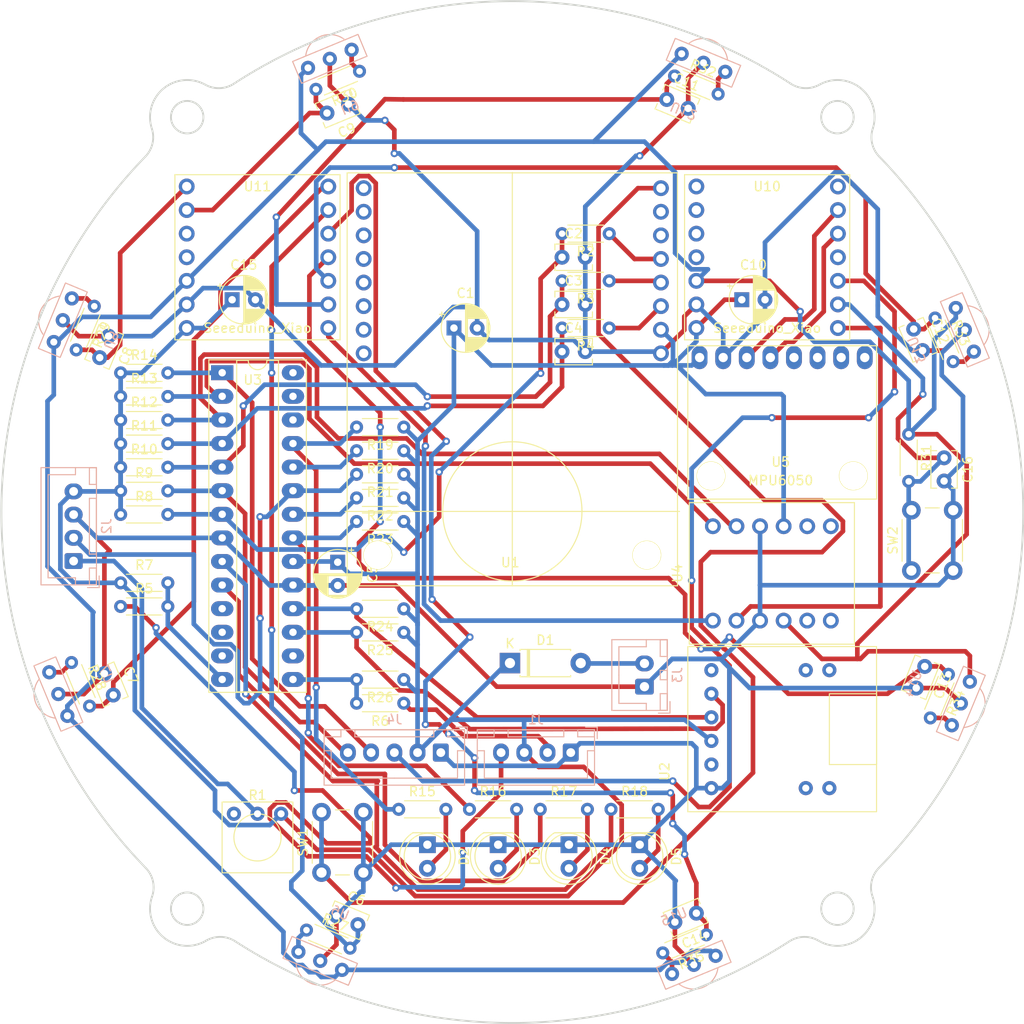
<source format=kicad_pcb>
(kicad_pcb (version 20211014) (generator pcbnew)
  (layers (0 "F.Cu" signal) (31 "B.Cu" signal) (34 "B.Paste" user) (35 "F.Paste" user) (36 "B.SilkS" user "B.Silkscreen") (37 "F.SilkS" user "F.Silkscreen") (38 "B.Mask" user) (39 "F.Mask" user) (44 "Edge.Cuts" user))
  (net 0 "")
  (net 1 "+5V")
  (net 2 "RES")
  (net 3 "AD5")
  (net 4 "AD4")
  (net 5 "AD3")
  (net 6 "+3V3")
  (net 7 "GND")
  (net 8 "Net-(D1-Pad2)")
  (net 9 "Net-(D2-Pad2)")
  (net 10 "Net-(D3-Pad2)")
  (net 11 "Net-(D4-Pad2)")
  (net 12 "Net-(D5-Pad2)")
  (net 13 "Net-(J1-Pad2)")
  (net 14 "Net-(J1-Pad4)")
  (net 15 "Net-(J2-Pad1)")
  (net 16 "AD6")
  (net 17 "SW2")
  (net 18 "MCLR")
  (net 19 "RA4")
  (net 20 "Net-(R2-Pad1)")
  (net 21 "Net-(R3-Pad1)")
  (net 22 "Net-(R4-Pad1)")
  (net 23 "SCL")
  (net 24 "SDA")
  (net 25 "AD2")
  (net 26 "AD1")
  (net 27 "AD9")
  (net 28 "AD10")
  (net 29 "MON LED")
  (net 30 "PWR LED")
  (net 31 "AD7")
  (net 32 "AD8")
  (net 33 "RX")
  (net 34 "TX")
  (net 35 "Net-(SW1-Pad1)")
  (net 59 "LV2")
  (net 60 "LV1")
  (net 61 "Net-(U10-Pad6)")
  (net 62 "Net-(U10-Pad5)")
  (net 67 "IR5")
  (net 68 "IR6")
  (net 69 "IR7")
  (net 70 "IR8")
  (net 77 "IR1")
  (net 78 "IR2")
  (net 79 "IR3")
  (net 80 "IR4")
  (net 83 "Net-(U6-Pad0)")
  (net 84 "Net-(U7-Pad0)")
  (net 85 "Net-(U8-Pad0)")
  (net 86 "Net-(U9-Pad0)")
  (net 87 "Net-(U12-Pad0)")
  (net 88 "Net-(U13-Pad0)")
  (net 89 "Net-(U14-Pad0)")
  (net 90 "Net-(U15-Pad0)")
  (footprint "Resistor_THT:R_Axial_DIN0204_L3.6mm_D1.6mm_P5.08mm_Horizontal" (layer "F.Cu") (at 143.764 108.966 -90)
    (fp_text reference "R31")
    (fp_text value "R")
  )
  (footprint "Capacitor_THT:C_Disc_D3.8mm_W2.6mm_P2.50mm" (layer "F.Cu") (at 106.446 89.916)
    (fp_text reference "C2")
    (fp_text value "C_Small")
  )
  (footprint "Resistor_THT:R_Axial_DIN0204_L3.6mm_D1.6mm_P5.08mm_Horizontal" (layer "F.Cu") (at 78.933346 162.349984 -22.5)
    (fp_text reference "R27")
    (fp_text value "100k")
  )
  (footprint "Button_Switch_THT:SW_PUSH_6mm_H5mm" (layer "F.Cu") (at 144.054 123.646 90)
    (fp_text reference "SW2")
    (fp_text value "SW_Push")
  )
  (footprint "Resistor_THT:R_Axial_DIN0204_L3.6mm_D1.6mm_P5.08mm_Horizontal" (layer "F.Cu") (at 121.980654 162.857984 -157.5)
    (fp_text reference "R35")
    (fp_text value "100k")
  )
  (footprint "Capacitor_THT:C_Disc_D3.8mm_W2.6mm_P2.50mm" (layer "F.Cu") (at 82.157151 160.811646 -22.5)
    (fp_text reference "C6")
    (fp_text value "C_Small")
  )
  (footprint "Resistor_THT:R_Axial_DIN0204_L3.6mm_D1.6mm_P5.08mm_Horizontal" (layer "F.Cu") (at 111.526 97.536 180)
    (fp_text reference "R4")
    (fp_text value "R")
  )
  (footprint "Resistor_THT:R_Axial_DIN0204_L3.6mm_D1.6mm_P5.08mm_Horizontal" (layer "F.Cu") (at 111.526 87.376 180)
    (fp_text reference "R2")
    (fp_text value "R")
  )
  (footprint "LED_THT:LED_D5.0mm_Clear" (layer "F.Cu") (at 99.568 153.157 -90)
    (fp_text reference "D3")
    (fp_text value "LED")
  )
  (footprint "Resistor_THT:R_Axial_DIN0204_L3.6mm_D1.6mm_P5.08mm_Horizontal" (layer "F.Cu") (at 89.408 115.824 180)
    (fp_text reference "R22")
    (fp_text value "100k")
  )
  (footprint "LED_THT:LED_D5.0mm_Clear" (layer "F.Cu") (at 114.808 153.157 -90)
    (fp_text reference "D5")
    (fp_text value "LED")
  )
  (footprint "Package_DIP:DIP-28_W7.62mm_Socket_LongPads" (layer "F.Cu") (at 69.86 102.347)
    (fp_text reference "U3")
    (fp_text value "PIC18F26K20_ISS")
  )
  (footprint "Resistor_THT:R_Axial_DIN0204_L3.6mm_D1.6mm_P5.08mm_Horizontal" (layer "F.Cu") (at 118.557346 70.401984 -22.5)
    (fp_text reference "R32")
    (fp_text value "100k")
  )
  (footprint "Resistor_THT:R_Axial_DIN0204_L3.6mm_D1.6mm_P5.08mm_Horizontal" (layer "F.Cu") (at 58.928 109.982)
    (fp_text reference "R11")
    (fp_text value "100k")
  )
  (footprint "Capacitor_THT:C_Disc_D3.8mm_W2.6mm_P2.50mm" (layer "F.Cu") (at 57.179646 134.735151 -67.5)
    (fp_text reference "C7")
    (fp_text value "C_Small")
  )
  (footprint "Resistor_THT:R_Axial_DIN0204_L3.6mm_D1.6mm_P5.08mm_Horizontal" (layer "F.Cu") (at 111.526 92.456 180)
    (fp_text reference "R3")
    (fp_text value "R")
  )
  (footprint "Diode_THT:D_DO-41_SOD81_P7.62mm_Horizontal" (layer "F.Cu") (at 100.838 133.604)
    (fp_text reference "D1")
    (fp_text value "D")
  )
  (footprint "Capacitor_THT:CP_Radial_D5.0mm_P2.50mm" (layer "F.Cu") (at 70.930888 94.488)
    (fp_text reference "C15")
    (fp_text value "C")
  )
  (footprint "Resistor_THT:R_Axial_DIN0204_L3.6mm_D1.6mm_P5.08mm_Horizontal" (layer "F.Cu") (at 84.642654 69.893984 -157.5)
    (fp_text reference "R30")
    (fp_text value "100k")
  )
  (footprint "Capacitor_THT:C_Disc_D3.8mm_W2.6mm_P2.50mm" (layer "F.Cu") (at 147.574 111.506 -90)
    (fp_text reference "C16")
    (fp_text value "C_Small")
  )
  (footprint "Resistor_THT:R_Axial_DIN0204_L3.6mm_D1.6mm_P5.08mm_Horizontal" (layer "F.Cu") (at 89.408 127.762 180)
    (fp_text reference "R24")
    (fp_text value "10k")
  )
  (footprint "Capacitor_THT:C_Disc_D3.8mm_W2.6mm_P2.50mm" (layer "F.Cu") (at 144.301646 97.651151 -67.5)
    (fp_text reference "C12")
    (fp_text value "C_Small")
  )
  (footprint "Resistor_THT:R_Axial_DIN0204_L3.6mm_D1.6mm_P5.08mm_Horizontal" (layer "F.Cu") (at 89.408 130.302 180)
    (fp_text reference "R25")
    (fp_text value "10k")
  )
  (footprint "Lib:Type-C_Sirial_Board" (layer "F.Cu") (at 114.903 140.716 90)
    (fp_text reference "U2")
    (fp_text value "type-c_sirial")
  )
  (footprint "Capacitor_THT:C_Disc_D3.8mm_W2.6mm_P2.50mm" (layer "F.Cu") (at 120.904 160.528 -157.5)
    (fp_text reference "C14")
    (fp_text value "C_Small")
  )
  (footprint "Resistor_THT:R_Axial_DIN0204_L3.6mm_D1.6mm_P5.08mm_Horizontal" (layer "F.Cu") (at 58.928 102.362)
    (fp_text reference "R14")
    (fp_text value "10k")
  )
  (footprint "Resistor_THT:R_Axial_DIN0204_L3.6mm_D1.6mm_P5.08mm_Horizontal" (layer "F.Cu") (at 111.71834 149.347)
    (fp_text reference "R18")
    (fp_text value "330")
  )
  (footprint "Resistor_THT:R_Axial_DIN0204_L3.6mm_D1.6mm_P5.08mm_Horizontal" (layer "F.Cu") (at 89.408 113.284 180)
    (fp_text reference "R21")
    (fp_text value "100k")
  )
  (footprint "Capacitor_THT:C_Disc_D3.8mm_W2.6mm_P2.50mm" (layer "F.Cu") (at 57.628354 98.413151 -112.5)
    (fp_text reference "C8")
    (fp_text value "C_Small")
  )
  (footprint "Resistor_THT:R_Axial_DIN0204_L3.6mm_D1.6mm_P5.08mm_Horizontal" (layer "F.Cu") (at 88.85834 149.347)
    (fp_text reference "R15")
    (fp_text value "330")
  )
  (footprint "Capacitor_THT:C_Disc_D3.8mm_W2.6mm_P2.50mm" (layer "F.Cu") (at 106.446 100.076)
    (fp_text reference "C4")
    (fp_text value "C_Small")
  )
  (footprint "Capacitor_THT:CP_Radial_D5.0mm_P2.50mm" (layer "F.Cu") (at 125.794888 94.488)
    (fp_text reference "C10")
    (fp_text value "C")
  )
  (footprint "Lib:seeeduinoXIAO" (layer "F.Cu") (at 73.66 89.916)
    (fp_text reference "U11")
    (fp_text value "Seeeduino_Xiao")
  )
  (footprint "Lib:R_Varlable" (layer "F.Cu") (at 73.66 144.748)
    (fp_text reference "R1")
    (fp_text value "R_Variable")
  )
  (footprint "Resistor_THT:R_Axial_DIN0204_L3.6mm_D1.6mm_P5.08mm_Horizontal" (layer "F.Cu") (at 89.408 110.744 180)
    (fp_text reference "R20")
    (fp_text value "100k")
  )
  (footprint "Capacitor_THT:C_Disc_D3.8mm_W2.6mm_P2.50mm" (layer "F.Cu") (at 117.717151 72.927646 -22.5)
    (fp_text reference "C11")
    (fp_text value "C_Small")
  )
  (footprint "LED_THT:LED_D5.0mm_Clear" (layer "F.Cu") (at 91.948 153.157 -90)
    (fp_text reference "D2")
    (fp_text value "LED")
  )
  (footprint "Resistor_THT:R_Axial_DIN0204_L3.6mm_D1.6mm_P5.08mm_Horizontal" (layer "F.Cu") (at 53.637984 133.543346 -67.5)
    (fp_text reference "R28")
    (fp_text value "100k")
  )
  (footprint "Resistor_THT:R_Axial_DIN0204_L3.6mm_D1.6mm_P5.08mm_Horizontal" (layer "F.Cu") (at 58.928 127.508)
    (fp_text reference "R5")
    (fp_text value "10k")
  )
  (footprint "Resistor_THT:R_Axial_DIN0204_L3.6mm_D1.6mm_P5.08mm_Horizontal" (layer "F.Cu") (at 104.09834 149.347)
    (fp_text reference "R17")
    (fp_text value "330")
  )
  (footprint "Resistor_THT:R_Axial_DIN0204_L3.6mm_D1.6mm_P5.08mm_Horizontal" (layer "F.Cu") (at 89.408 108.204 180)
    (fp_text reference "R19")
    (fp_text value "100k")
  )
  (footprint "Capacitor_THT:CP_Radial_D5.0mm_P2.50mm" (layer "F.Cu") (at 82.296 122.746888 -90)
    (fp_text reference "C5")
    (fp_text value "C")
  )
  (footprint "Resistor_THT:R_Axial_DIN0204_L3.6mm_D1.6mm_P5.08mm_Horizontal" (layer "F.Cu") (at 89.408 135.382 180)
    (fp_text reference "R26")
    (fp_text value "10k")
  )
  (footprint "Capacitor_THT:C_Disc_D3.8mm_W2.6mm_P2.50mm" (layer "F.Cu") (at 145.492127 133.964978 -111.5)
    (fp_text reference "C13")
    (fp_text value "C_Small")
  )
  (footprint "Resistor_THT:R_Axial_DIN0204_L3.6mm_D1.6mm_P5.08mm_Horizontal" (layer "F.Cu") (at 58.928 104.902)
    (fp_text reference "R13")
    (fp_text value "100k")
  )
  (footprint "Button_Switch_THT:SW_PUSH_6mm_H5mm" (layer "F.Cu") (at 80.554 156.158 90)
    (fp_text reference "SW1")
    (fp_text value "SW_Push")
  )
  (footprint "Resistor_THT:R_Axial_DIN0204_L3.6mm_D1.6mm_P5.08mm_Horizontal" (layer "F.Cu") (at 96.47834 149.347)
    (fp_text reference "R16")
    (fp_text value "330")
  )
  (footprint "Capacitor_THT:C_Disc_D3.8mm_W2.6mm_P2.50mm" (layer "F.Cu") (at 83.45085 73.435646 -157.5)
    (fp_text reference "C9")
    (fp_text value "C_Small")
  )
  (footprint "Resistor_THT:R_Axial_DIN0204_L3.6mm_D1.6mm_P5.08mm_Horizontal" (layer "F.Cu") (at 148.038016 134.813346 -112.5)
    (fp_text reference "R34")
    (fp_text value "100k")
  )
  (footprint "Resistor_THT:R_Axial_DIN0204_L3.6mm_D1.6mm_P5.08mm_Horizontal" (layer "F.Cu") (at 58.928 112.522)
    (fp_text reference "R10")
    (fp_text value "100k")
  )
  (footprint "Resistor_THT:R_Axial_DIN0204_L3.6mm_D1.6mm_P5.08mm_Horizontal" (layer "F.Cu") (at 58.928 115.062)
    (fp_text reference "R9")
    (fp_text value "10k")
  )
  (footprint "Resistor_THT:R_Axial_DIN0204_L3.6mm_D1.6mm_P5.08mm_Horizontal" (layer "F.Cu") (at 89.408 118.364 180)
    (fp_text reference "R23")
    (fp_text value "100k")
  )
  (footprint "Resistor_THT:R_Axial_DIN0204_L3.6mm_D1.6mm_P5.08mm_Horizontal" (layer "F.Cu") (at 146.601984 96.459346 -67.5)
    (fp_text reference "R33")
    (fp_text value "100k")
  )
  (footprint "Resistor_THT:R_Axial_DIN0204_L3.6mm_D1.6mm_P5.08mm_Horizontal" (layer "F.Cu") (at 56.090016 95.189346 -112.5)
    (fp_text reference "R29")
    (fp_text value "100k")
  )
  (footprint "LED_THT:LED_D5.0mm_Clear" (layer "F.Cu") (at 107.188 153.157 -90)
    (fp_text reference "D4")
    (fp_text value "LED")
  )
  (footprint "Lib:OpenMV" (layer "F.Cu") (at 101.092 125.279 180)
    (fp_text reference "U1")
    (fp_text value "open_mv")
  )
  (footprint "Resistor_THT:R_Axial_DIN0204_L3.6mm_D1.6mm_P5.08mm_Horizontal" (layer "F.Cu") (at 58.928 117.602)
    (fp_text reference "R8")
    (fp_text value "100k")
  )
  (footprint "Resistor_THT:R_Axial_DIN0204_L3.6mm_D1.6mm_P5.08mm_Horizontal" (layer "F.Cu") (at 58.928 124.968)
    (fp_text reference "R7")
    (fp_text value "10k")
  )
  (footprint "Capacitor_THT:CP_Radial_D5.0mm_P2.50mm" (layer "F.Cu") (at 94.806888 97.536)
    (fp_text reference "C1")
    (fp_text value "C")
  )
  (footprint "Lib:Akizuki_Logic_Level_converter" (layer "F.Cu") (at 129.032 123.952 90)
    (fp_text reference "U4")
    (fp_text value "Akizuki_Logiv_Level_converter")
  )
  (footprint "Resistor_THT:R_Axial_DIN0204_L3.6mm_D1.6mm_P5.08mm_Horizontal" (layer "F.Cu") (at 58.928 107.442)
    (fp_text reference "R12")
    (fp_text value "100k")
  )
  (footprint "Lib:MPU6050" (layer "F.Cu") (at 119.983 100.711 90)
    (fp_text reference "U5")
    (fp_text value "MPU6050")
  )
  (footprint "Resistor_THT:R_Axial_DIN0204_L3.6mm_D1.6mm_P5.08mm_Horizontal" (layer "F.Cu") (at 89.408 137.922 180)
    (fp_text reference "R6")
    (fp_text value "10k")
  )
  (footprint "Capacitor_THT:C_Disc_D3.8mm_W2.6mm_P2.50mm" (layer "F.Cu") (at 106.446 94.996)
    (fp_text reference "C3")
    (fp_text value "C_Small")
  )
  (footprint "Lib:seeeduinoXIAO" (layer "F.Cu") (at 128.524 89.916)
    (fp_text reference "U10")
    (fp_text value "Seeeduino_Xiao")
  )
  (footprint "Lib:TSSP58038_IR" (layer "B.Cu") (at 145.112614 99.67256 -67.5)
    (fp_text reference "U13")
    (fp_text value "TSSP58038")
  )
  (footprint "Lib:TSSP58038_IR" (layer "B.Cu") (at 144.684009 136.005975 -112.5)
    (fp_text reference "U14")
    (fp_text value "TSSP58038")
  )
  (footprint "Lib:TSSP58038_IR" (layer "B.Cu") (at 82.35592 160.965904 157.5)
    (fp_text reference "U6")
    (fp_text value "TSSP58038")
  )
  (footprint "Lib:TSSP58038_IR" (layer "B.Cu") (at 57.395991 98.637815 67.5)
    (fp_text reference "U8")
    (fp_text value "TSSP58038")
  )
  (footprint "Connector_JST:JST_XH_B5B-XH-A_1x05_P2.50mm_Vertical" (layer "B.Cu") (at 93.392 143.239 180)
    (fp_text reference "J4")
    (fp_text value "Conn_01x05_Female")
  )
  (footprint "Lib:TSSP58038_IR" (layer "B.Cu") (at 118.689335 161.39451 -157.5)
    (fp_text reference "U15")
    (fp_text value "TSSP58038")
  )
  (footprint "Lib:TSSP58038_IR" (layer "B.Cu") (at 119.72408 73.677886 -22.5)
    (fp_text reference "U12")
    (fp_text value "TSSP58038")
  )
  (footprint "Lib:TSSP58038_IR" (layer "B.Cu") (at 83.390665 73.24928 22.5)
    (fp_text reference "U9")
    (fp_text value "TSSP58038")
  )
  (footprint "Connector_JST:JST_XH_B4B-XH-A_1x04_P2.50mm_Vertical" (layer "B.Cu") (at 107.382 143.239 180)
    (fp_text reference "J1")
    (fp_text value "Conn_01x04_Female")
  )
  (footprint "Connector_JST:JST_XH_B2B-XH-A_1x02_P2.50mm_Vertical" (layer "B.Cu") (at 115.316 136.144 90)
    (fp_text reference "J3")
    (fp_text value "Conn_01x02_Female")
  )
  (footprint "Lib:TSSP58038_IR" (layer "B.Cu") (at 56.914304 134.993217 112.5)
    (fp_text reference "U7")
    (fp_text value "TSSP58038")
  )
  (footprint "Connector_JST:JST_XH_B4B-XH-A_1x04_P2.50mm_Vertical" (layer "B.Cu") (at 53.865 122.622 90)
    (fp_text reference "J2")
    (fp_text value "Conn_01x04_Female")
  )
  (gr_arc (start 71.122492 71.230448) (mid 69.592437 71.71312) (end 68.032452 71.3383) (layer "Edge.Cuts") (width 0.2))
  (gr_arc (start 61.631491 155.660768) (mid 46.092009 117.379611) (end 61.587476 79.080617) (layer "Edge.Cuts") (width 0.2))
  (gr_arc (start 68.119747 163.494039) (mid 69.702809 163.080634) (end 71.267355 163.559368) (layer "Edge.Cuts") (width 0.2))
  (gr_circle (center 136.092 160.046105) (end 137.842 160.046105) (layer "Edge.Cuts") (width 0.2) (fill none))
  (gr_circle (center 136.092 74.836105) (end 137.842 74.836105) (layer "Edge.Cuts") (width 0.2) (fill none))
  (gr_arc (start 130.916645 163.559368) (mid 132.48119 163.080635) (end 134.064253 163.494039) (layer "Edge.Cuts") (width 0.2))
  (gr_arc (start 130.916645 163.559368) (mid 101.092 172.348) (end 71.267355 163.559368) (layer "Edge.Cuts") (width 0.2))
  (gr_arc (start 61.631491 155.660768) (mid 62.407925 157.100956) (end 62.3132 158.734363) (layer "Edge.Cuts") (width 0.2))
  (gr_arc (start 140.596524 79.080617) (mid 139.829024 77.671719) (end 139.897323 76.068791) (layer "Edge.Cuts") (width 0.2))
  (gr_circle (center 66.092 160.046105) (end 67.842 160.046105) (layer "Edge.Cuts") (width 0.2) (fill none))
  (gr_arc (start 68.119747 163.494039) (mid 63.556221 163.139619) (end 62.3132 158.734363) (layer "Edge.Cuts") (width 0.2))
  (gr_arc (start 62.286677 76.068791) (mid 62.35497 77.671719) (end 61.587476 79.080617) (layer "Edge.Cuts") (width 0.2))
  (gr_arc (start 62.286677 76.068791) (mid 63.549595 71.748036) (end 68.032452 71.3383) (layer "Edge.Cuts") (width 0.2))
  (gr_arc (start 71.122492 71.230448) (mid 101.092 62.348) (end 131.061508 71.230448) (layer "Edge.Cuts") (width 0.2))
  (gr_arc (start 139.8708 158.734363) (mid 138.627777 163.139612) (end 134.064253 163.494039) (layer "Edge.Cuts") (width 0.2))
  (gr_circle (center 66.092 74.836105) (end 67.842 74.836105) (layer "Edge.Cuts") (width 0.2) (fill none))
  (gr_arc (start 134.151548 71.3383) (mid 138.634403 71.748035) (end 139.897323 76.068791) (layer "Edge.Cuts") (width 0.2))
  (gr_arc (start 140.596524 79.080617) (mid 156.091991 117.379611) (end 140.552509 155.660768) (layer "Edge.Cuts") (width 0.2))
  (gr_arc (start 139.8708 158.734363) (mid 139.776097 157.100967) (end 140.552509 155.660768) (layer "Edge.Cuts") (width 0.2))
  (gr_arc (start 134.151548 71.3383) (mid 132.591562 71.713119) (end 131.061508 71.230448) (layer "Edge.Cuts") (width 0.2))
  (segment (start 112.867851 152.914917) (end 112.867851 148.870856) (width 0.5) (layer "F.Cu") (net 1))
  (segment (start 90.642249 158.687519) (end 107.095248 158.68752) (width 0.5) (layer "F.Cu") (net 1))
  (segment (start 107.095248 158.68752) (end 112.867851 152.914917) (width 0.5) (layer "F.Cu") (net 1))
  (segment (start 76.2 149.828) (end 80.077751 153.705751) (width 0.5) (layer "F.Cu") (net 1))
  (segment (start 80.077751 153.705751) (end 85.660481 153.705751) (width 0.5) (layer "F.Cu") (net 1))
  (segment (start 112.867851 148.870856) (end 108.776995 144.78) (width 0.5) (layer "F.Cu") (net 1))
  (segment (start 125.794888 94.488) (end 123.952 94.488) (width 0.5) (layer "F.Cu") (net 1))
  (segment (start 123.952 94.488) (end 120.904 97.536) (width 0.5) (layer "F.Cu") (net 1))
  (segment (start 103.923 144.78) (end 102.382 143.239) (width 0.5) (layer "F.Cu") (net 1))
  (segment (start 108.776995 144.78) (end 103.923 144.78) (width 0.5) (layer "F.Cu") (net 1))
  (segment (start 85.660481 153.705751) (end 90.642249 158.687519) (width 0.5) (layer "F.Cu") (net 1))
  (segment (start 82.216112 122.667) (end 82.296 122.746888) (width 0.5) (layer "B.Cu") (net 1))
  (segment (start 90.892 114.768) (end 90.892 114.848) (width 0.5) (layer "B.Cu") (net 1))
  (segment (start 52.44048 123.51175) (end 53.89673 124.968) (width 0.5) (layer "B.Cu") (net 1))
  (segment (start 69.088 149.509336) (end 70.618175 151.039511) (width 0.5) (layer "B.Cu") (net 1))
  (segment (start 89.408 127.762) (end 90.892 129.246) (width 0.5) (layer "B.Cu") (net 1))
  (segment (start 118.831511 101.559511) (end 120.404489 101.559511) (width 0.5) (layer "B.Cu") (net 1))
  (segment (start 58.928 124.968) (end 60.452 126.492) (width 0.5) (layer "B.Cu") (net 1))
  (segment (start 89.408 110.744) (end 90.892 112.228) (width 0.5) (layer "B.Cu") (net 1))
  (segment (start 69.088 147.32) (end 69.088 149.509336) (width 0.5) (layer "B.Cu") (net 1))
  (segment (start 83.545633 123.996521) (end 90.887479 123.996521) (width 0.5) (layer "B.Cu") (net 1))
  (segment (start 90.892 109.688) (end 94.806888 105.773112) (width 0.5) (layer "B.Cu") (net 1))
  (segment (start 53.89673 124.968) (end 58.928 124.968) (width 0.5) (layer "B.Cu") (net 1))
  (segment (start 90.892 143.239) (end 90.892 136.692) (width 0.5) (layer "B.Cu") (net 1))
  (segment (start 130.302 118.872) (end 130.302 104.902) (width 0.5) (layer "B.Cu") (net 1))
  (segment (start 90.892 112.308) (end 90.892 109.688) (width 0.5) (layer "B.Cu") (net 1))
  (segment (start 117.896489 101.559511) (end 118.391511 101.064489) (width 0.5) (layer "B.Cu") (net 1))
  (segment (start 89.408 130.302) (end 90.718 131.612) (width 0.5) (layer "B.Cu") (net 1))
  (segment (start 118.323511 101.559511) (end 120.904 98.979022) (width 0.5) (layer "B.Cu") (net 1))
  (segment (start 102.362 139.7) (end 94.488 139.7) (width 0.5) (layer "B.Cu") (net 1))
  (segment (start 94.488 139.7) (end 90.892 143.239) (width 0.5) (layer "B.Cu") (net 1))
  (segment (start 121.92 104.648) (end 118.831511 101.559511) (width 0.5) (layer "B.Cu") (net 1))
  (segment (start 90.892 114.848) (end 90.892 112.308) (width 0.5) (layer "B.Cu") (net 1))
  (segment (start 66.04 97.536) (end 67.882888 97.536) (width 0.5) (layer "B.Cu") (net 1))
  (segment (start 100.838 133.604) (end 100.527 133.604) (width 0.5) (layer "B.Cu") (net 1))
  (segment (start 67.882888 97.536) (end 70.930888 94.488) (width 0.5) (layer "B.Cu") (net 1))
  (segment (start 90.892 109.688) (end 89.408 108.204) (width 0.5) (layer "B.Cu") (net 1))
  (segment (start 90.892 119.928) (end 90.892 117.308) (width 0.5) (layer "B.Cu") (net 1))
  (segment (start 100.527 133.604) (end 90.892 143.239) (width 0.5) (layer "B.Cu") (net 1))
  (segment (start 90.892 123.992) (end 90.892 119.928) (width 0.5) (layer "B.Cu") (net 1))
  (segment (start 117.388489 101.559511) (end 117.896489 101.559511) (width 0.5) (layer "B.Cu") (net 1))
  (segment (start 90.892 112.228) (end 90.892 112.308) (width 0.5) (layer "B.Cu") (net 1))
  (segment (start 70.618175 151.039511) (end 74.988489 151.039511) (width 0.5) (layer "B.Cu") (net 1))
  (segment (start 90.892 129.5) (end 90.892 123.992) (width 0.5) (layer "B.Cu") (net 1))
  (segment (start 90.892 117.308) (end 90.892 114.848) (width 0.5) (layer "B.Cu") (net 1))
  (segment (start 60.452 138.684) (end 69.088 147.32) (width 0.5) (layer "B.Cu") (net 1))
  (segment (start 77.48 122.667) (end 82.216112 122.667) (width 0.5) (layer "B.Cu") (net 1))
  (segment (start 117.388489 101.559511) (end 118.323511 101.559511) (width 0.5) (layer "B.Cu") (net 1))
  (segment (start 58.868 115.122) (end 58.928 115.062) (width 0.5) (layer "B.Cu") (net 1))
  (segment (start 60.452 126.492) (end 60.452 138.684) (width 0.5) (layer "B.Cu") (net 1))
  (segment (start 66.04 97.536) (end 61.214 102.362) (width 0.5) (layer "B.Cu") (net 1))
  (segment (start 74.988489 151.039511) (end 76.2 149.828) (width 0.5) (layer "B.Cu") (net 1))
  (segment (start 89.408 135.382) (end 90.718 136.692) (width 0.5) (layer "B.Cu") (net 1))
  (segment (start 94.806888 105.773112) (end 94.806888 97.536) (width 0.5) (layer "B.Cu") (net 1))
  (segment (start 89.408 115.824) (end 90.892 117.308) (width 0.5) (layer "B.Cu") (net 1))
  (segment (start 53.865 115.122) (end 52.44048 116.54652) (width 0.5) (layer "B.Cu") (net 1))
  (segment (start 120.904 98.979022) (end 120.904 97.536) (width 0.5) (layer "B.Cu") (net 1))
  (segment (start 118.391511 101.064489) (end 118.391511 99.019511) (width 0.5) (layer "B.Cu") (net 1))
  (segment (start 90.892 119.848) (end 90.892 119.928) (width 0.5) (layer "B.Cu") (net 1))
  (segment (start 82.296 122.746888) (end 83.545633 123.996521) (width 0.5) (layer "B.Cu") (net 1))
  (segment (start 90.892 136.692) (end 90.892 131.612) (width 0.5) (layer "B.Cu") (net 1))
  (segment (start 61.214 102.362) (end 58.928 102.362) (width 0.5) (layer "B.Cu") (net 1))
  (segment (start 98.830399 101.559511) (end 117.388489 101.559511) (width 0.5) (layer "B.Cu") (net 1))
  (segment (start 94.806888 97.536) (end 98.830399 101.559511) (width 0.5) (layer "B.Cu") (net 1))
  (segment (start 52.44048 116.54652) (end 52.44048 123.51175) (width 0.5) (layer "B.Cu") (net 1))
  (segment (start 120.404489 101.559511) (end 121.253 100.711) (width 0.5) (layer "B.Cu") (net 1))
  (segment (start 90.892 131.612) (end 90.892 129.5) (width 0.5) (layer "B.Cu") (net 1))
  (segment (start 89.408 113.284) (end 90.892 114.768) (width 0.5) (layer "B.Cu") (net 1))
  (segment (start 130.048 104.648) (end 121.92 104.648) (width 0.5) (layer "B.Cu") (net 1))
  (segment (start 118.391511 99.019511) (end 117.092 97.72) (width 0.5) (layer "B.Cu") (net 1))
  (segment (start 89.408 118.364) (end 90.892 119.848) (width 0.5) (layer "B.Cu") (net 1))
  (segment (start 118.323511 101.559511) (end 118.831511 101.559511) (width 0.5) (layer "B.Cu") (net 1))
  (segment (start 58.928 117.602) (end 58.928 104.902) (width 0.5) (layer "B.Cu") (net 1))
  (segment (start 119.634 139.7) (end 102.362 139.7) (width 0.5) (layer "B.Cu") (net 1))
  (segment (start 53.865 115.122) (end 58.868 115.122) (width 0.5) (layer "B.Cu") (net 1))
  (segment (start 90.887479 123.996521) (end 90.892 123.992) (width 0.5) (layer "B.Cu") (net 1))
  (segment (start 122.523 141.986) (end 119.634 139.7) (width 0.5) (layer "B.Cu") (net 1))
  (segment (start 102.382 143.239) (end 102.362 139.954) (width 0.5) (layer "B.Cu") (net 1))
  (segment (start 58.928 102.362) (end 58.928 117.602) (width 0.5) (layer "B.Cu") (net 1))
  (segment (start 90.892 129.246) (end 90.892 129.5) (width 0.5) (layer "B.Cu") (net 1))
  (segment (start 90.718 136.692) (end 90.892 136.692) (width 0.5) (layer "B.Cu") (net 1))
  (segment (start 90.718 131.612) (end 90.892 131.612) (width 0.5) (layer "B.Cu") (net 1))
  (segment (start 130.302 104.902) (end 130.048 104.648) (width 0.5) (layer "B.Cu") (net 1))
  (segment (start 144.678345 111.506) (end 147.574 111.506) (width 0.5) (layer "F.Cu") (net 2))
  (segment (start 142.614489 109.442144) (end 144.678345 111.506) (width 0.5) (layer "F.Cu") (net 2))
  (segment (start 142.614489 107.321511) (end 142.614489 109.442144) (width 0.5) (layer "F.Cu") (net 2))
  (segment (start 145.288 104.648) (end 142.614489 107.321511) (width 0.5) (layer "F.Cu") (net 2))
  (via (at 145.288 104.648) (size 0.8) (drill 0.4) (layers "F.Cu" "B.Cu") (net 2))
  (segment (start 143.764 114.046) (end 143.764 123.356) (width 0.5) (layer "B.Cu") (net 2))
  (segment (start 145.034 114.046) (end 147.574 111.506) (width 0.5) (layer "B.Cu") (net 2))
  (segment (start 145.288 102.937919) (end 145.288 104.648) (width 0.5) (layer "B.Cu") (net 2))
  (segment (start 143.764 123.356) (end 144.054 123.646) (width 0.5) (layer "B.Cu") (net 2))
  (segment (start 137.346081 94.996) (end 145.288 102.937919) (width 0.5) (layer "B.Cu") (net 2))
  (segment (start 136.144 94.996) (end 137.346081 94.996) (width 0.5) (layer "B.Cu") (net 2))
  (segment (start 143.764 114.046) (end 145.034 114.046) (width 0.5) (layer "B.Cu") (net 2))
  (segment (start 89.408 121.666) (end 93.218 117.856) (width 0.5) (layer "F.Cu") (net 3))
  (segment (start 106.446 87.376) (end 106.446 89.916) (width 0.5) (layer "F.Cu") (net 3))
  (segment (start 93.218 117.856) (end 93.218 113.03) (width 0.5) (layer "F.Cu") (net 3))
  (segment (start 104.14 92.222) (end 106.446 89.916) (width 0.5) (layer "F.Cu") (net 3))
  (segment (start 104.14 102.409011) (end 104.14 92.222) (width 0.5) (layer "F.Cu") (net 3))
  (via (at 89.408 121.666) (size 0.8) (drill 0.4) (layers "F.Cu" "B.Cu") (net 3))
  (via (at 93.218 113.03) (size 0.8) (drill 0.4) (layers "F.Cu" "B.Cu") (net 3))
  (via (at 104.14 102.409011) (size 0.8) (drill 0.4) (layers "F.Cu" "B.Cu") (net 3))
  (segment (start 73.64952 121.37652) (end 84.358445 121.37652) (width 0.5) (layer "B.Cu") (net 3))
  (segment (start 103.838989 102.409011) (end 104.14 102.409011) (width 0.5) (layer "B.Cu") (net 3))
  (segment (start 69.86 117.587) (end 64.023 117.587) (width 0.5) (layer "B.Cu") (net 3))
  (segment (start 69.86 117.587) (end 73.64952 121.37652) (width 0.5) (layer "B.Cu") (net 3))
  (segment (start 85.777486 119.957479) (end 87.699479 119.957479) (width 0.5) (layer "B.Cu") (net 3))
  (segment (start 87.699479 119.957479) (end 89.408 121.666) (width 0.5) (layer "B.Cu") (net 3))
  (segment (start 93.218 113.03) (end 103.838989 102.409011) (width 0.5) (layer "B.Cu") (net 3))
  (segment (start 64.023 117.587) (end 64.008 117.602) (width 0.5) (layer "B.Cu") (net 3))
  (segment (start 84.358445 121.37652) (end 85.777486 119.957479) (width 0.5) (layer "B.Cu") (net 3))
  (segment (start 105.156 103.378) (end 103.615503 104.918497) (width 0.5) (layer "F.Cu") (net 4))
  (segment (start 106.446 94.996) (end 105.156 96.286) (width 0.5) (layer "F.Cu") (net 4))
  (segment (start 72.136 110.231) (end 69.86 112.507) (width 0.5) (layer "F.Cu") (net 4))
  (segment (start 103.615503 104.918497) (end 91.948 104.918497) (width 0.5) (layer "F.Cu") (net 4))
  (segment (start 105.156 96.286) (end 105.156 103.378) (width 0.5) (layer "F.Cu") (net 4))
  (segment (start 106.446 92.456) (end 106.446 94.996) (width 0.5) (layer "F.Cu") (net 4))
  (segment (start 72.136 105.918) (end 72.136 110.231) (width 0.5) (layer "F.Cu") (net 4))
  (via (at 91.948 104.918497) (size 0.8) (drill 0.4) (layers "F.Cu" "B.Cu") (net 4))
  (via (at 72.136 105.918) (size 0.8) (drill 0.4) (layers "F.Cu" "B.Cu") (net 4))
  (segment (start 91.948 104.918497) (end 90.666983 103.63748) (width 0.5) (layer "B.Cu") (net 4))
  (segment (start 64.008 112.522) (end 69.845 112.522) (width 0.5) (layer "B.Cu") (net 4))
  (segment (start 90.666983 103.63748) (end 74.41652 103.63748) (width 0.5) (layer "B.Cu") (net 4))
  (segment (start 69.845 112.522) (end 69.86 112.507) (width 0.5) (layer "B.Cu") (net 4))
  (segment (start 74.41652 103.63748) (end 72.136 105.918) (width 0.5) (layer "B.Cu") (net 4))
  (segment (start 106.446 103.866) (end 105.156 105.156) (width 0.5) (layer "F.Cu") (net 5))
  (segment (start 106.446 97.536) (end 106.446 100.076) (width 0.5) (layer "F.Cu") (net 5))
  (segment (start 104.394 105.918) (end 91.948 105.918) (width 0.5) (layer "F.Cu") (net 5))
  (segment (start 106.446 100.076) (end 106.446 103.866) (width 0.5) (layer "F.Cu") (net 5))
  (segment (start 105.156 105.156) (end 104.394 105.918) (width 0.5) (layer "F.Cu") (net 5))
  (via (at 91.948 105.918) (size 0.8) (drill 0.4) (layers "F.Cu" "B.Cu") (net 5))
  (segment (start 64.008 109.982) (end 69.845 109.982) (width 0.5) (layer "B.Cu") (net 5))
  (segment (start 73.64952 106.17748) (end 69.86 109.967) (width 0.5) (layer "B.Cu") (net 5))
  (segment (start 91.68852 106.17748) (end 73.64952 106.17748) (width 0.5) (layer "B.Cu") (net 5))
  (segment (start 91.948 105.918) (end 91.68852 106.17748) (width 0.5) (layer "B.Cu") (net 5))
  (segment (start 69.845 109.982) (end 69.86 109.967) (width 0.5) (layer "B.Cu") (net 5))
  (segment (start 150.003511 112.168435) (end 150.003511 119.746408) (width 0.5) (layer "F.Cu") (net 6))
  (segment (start 146.801076 108.966) (end 150.003511 112.168435) (width 0.5) (layer "F.Cu") (net 6))
  (segment (start 138.566115 133.154489) (end 134.424489 133.154489) (width 0.5) (layer "F.Cu") (net 6))
  (segment (start 150.349333 135.603353) (end 150.349333 132.823333) (width 0.5) (layer "F.Cu") (net 6))
  (segment (start 132.08 95.758) (end 128.778 92.456) (width 0.5) (layer "F.Cu") (net 6))
  (segment (start 138.234489 131.51543) (end 138.234489 133.154489) (width 0.5) (layer "F.Cu") (net 6))
  (segment (start 150.003511 119.746408) (end 138.234489 131.51543) (width 0.5) (layer "F.Cu") (net 6))
  (segment (start 139.386604 132.334) (end 138.566115 133.154489) (width 0.5) (layer "F.Cu") (net 6))
  (segment (start 150.349333 132.823333) (end 149.86 132.334) (width 0.5) (layer "F.Cu") (net 6))
  (segment (start 134.424489 133.154489) (end 130.302 129.032) (width 0.5) (layer "F.Cu") (net 6))
  (segment (start 143.764 108.966) (end 146.801076 108.966) (width 0.5) (layer "F.Cu") (net 6))
  (segment (start 128.778 92.456) (end 120.904 92.456) (width 0.5) (layer "F.Cu") (net 6))
  (segment (start 149.86 132.334) (end 139.386604 132.334) (width 0.5) (layer "F.Cu") (net 6))
  (via (at 132.08 95.758) (size 0.8) (drill 0.4) (layers "F.Cu" "B.Cu") (net 6))
  (segment (start 81.026 77.47) (end 80.137 78.359) (width 0.5) (layer "B.Cu") (net 6))
  (segment (start 117.784888 165.848323) (end 119.159526 165.848323) (width 0.5) (layer "B.Cu") (net 6))
  (segment (start 80.525227 167.393227) (end 80.01 166.878) (width 0.5) (layer "B.Cu") (net 6))
  (segment (start 54.770945 96.338857) (end 52.069365 99.040437) (width 0.5) (layer "B.Cu") (net 6))
  (segment (start 80.137 78.359) (end 66.04 92.456) (width 0.5) (layer "B.Cu") (net 6))
  (segment (start 117.001983 166.631228) (end 117.784888 165.848323) (width 0.5) (layer "B.Cu") (net 6))
  (segment (start 51.730667 99.040437) (end 51.730667 104.733333) (width 0.5) (layer "B.Cu") (net 6))
  (segment (start 146.507866 98.785544) (end 146.507866 106.222134) (width 0.5) (layer "B.Cu") (net 6))
  (segment (start 146.507866 106.222134) (end 143.764 108.966) (width 0.5) (layer "B.Cu") (net 6))
  (segment (start 79.099979 69.527988) (end 78.33798 70.289987) (width 0.5) (layer "B.Cu") (net 6))
  (segment (start 52.069365 99.040437) (end 51.730667 99.040437) (width 0.5) (layer "B.Cu") (net 6))
  (segment (start 53.193012 139.283903) (end 53.193012 138.206273) (width 0.5) (layer "B.Cu") (net 6))
  (segment (start 78.33798 70.289987) (end 78.33798 76.55998) (width 0.5) (layer "B.Cu") (net 6))
  (segment (start 81.026 77.47) (end 109.863675 77.47) (width 0.5) (layer "B.Cu") (net 6))
  (segment (start 76.454 164.789298) (end 76.454 162.544891) (width 0.5) (layer "B.Cu") (net 6))
  (segment (start 77.780702 166.116) (end 76.454 164.789298) (width 0.5) (layer "B.Cu") (net 6))
  (segment (start 80.01 166.878) (end 79.248 166.878) (width 0.5) (layer "B.Cu") (net 6))
  (segment (start 122.456219 164.592) (end 122.980021 165.115802) (width 0.5) (layer "B.Cu") (net 6))
  (segment (start 66.04 92.456) (end 62.157143 96.338857) (width 0.5) (layer "B.Cu") (net 6))
  (segment (start 120.365724 91.215511) (end 118.618 89.467787) (width 0.5) (layer "B.Cu") (net 6))
  (segment (start 118.618 89.467787) (end 118.618 80.772) (width 0.5) (layer "B.Cu") (net 6))
  (segment (start 143.764 103.204202) (end 139.571278 99.01148) (width 0.5) (layer "B.Cu") (net 6))
  (segment (start 51.054 123.19) (end 51.054 105.41) (width 0.5) (layer "B.Cu") (net 6))
  (segment (start 119.159526 165.848323) (end 120.415849 164.592) (width 0.5) (layer "B.Cu") (net 6))
  (segment (start 119.321113 68.012562) (end 119.321458 68.012562) (width 0.5) (layer "B.Cu") (net 6))
  (segment (start 78.486 166.116) (end 77.780702 166.116) (width 0.5) (layer "B.Cu") (net 6))
  (segment (start 55.930135 135.46915) (end 55.930135 128.196603) (width 0.5) (layer "B.Cu") (net 6))
  (segment (start 132.08 97.48748) (end 132.08 95.758) (width 0.5) (layer "B.Cu") (net 6))
  (segment (start 76.454 162.544891) (end 53.193012 139.283903) (width 0.5) (layer "B.Cu") (net 6))
  (segment (start 148.833906 96.459504) (end 146.507866 98.785544) (width 0.5) (layer "B.Cu") (net 6))
  (segment (start 109.863675 77.47) (end 119.321113 68.012562) (width 0.5) (layer "B.Cu") (net 6))
  (segment (start 118.618 80.772) (end 115.316 77.47) (width 0.5) (layer "B.Cu") (net 6))
  (segment (start 82.758542 166.631228) (end 81.996543 167.393227) (width 0.5) (layer "B.Cu") (net 6))
  (segment (start 53.193012 138.206273) (end 55.930135 135.46915) (width 0.5) (layer "B.Cu") (net 6))
  (segment (start 81.996543 167.393227) (end 80.525227 167.393227) (width 0.5) (layer "B.Cu") (net 6))
  (segment (start 133.604 99.01148) (end 132.08 97.48748) (width 0.5) (layer "B.Cu") (net 6))
  (segment (start 82.758542 166.631228) (end 117.001983 166.631228) (width 0.5) (layer "B.Cu") (net 6))
  (segment (start 143.764 108.966) (end 143.764 103.204202) (width 0.5) (layer "B.Cu") (net 6))
  (segment (start 78.33798 76.55998) (end 80.137 78.359) (width 0.5) (layer "B.Cu") (net 6))
  (segment (start 55.930135 128.196603) (end 55.995369 128.131369) (width 0.5) (layer "B.Cu") (net 6))
  (segment (start 62.157143 96.338857) (end 54.770945 96.338857) (width 0.5) (layer "B.Cu") (net 6))
  (segment (start 148.833906 95.381874) (end 148.833906 96.459504) (width 0.5) (layer "B.Cu") (net 6))
  (segment (start 139.571278 99.01148) (end 133.604 99.01148) (width 0.5) (layer "B.Cu") (net 6))
  (segment (start 79.248 166.878) (end 78.486 166.116) (width 0.5) (layer "B.Cu") (net 6))
  (segment (start 115.316 77.47) (end 109.863675 77.47) (width 0.5) (layer "B.Cu") (net 6))
  (segment (start 55.995369 128.131369) (end 51.054 123.19) (width 0.5) (layer "B.Cu") (net 6))
  (segment (start 51.730667 104.733333) (end 51.054 105.41) (width 0.5) (layer "B.Cu") (net 6))
  (segment (start 122.144489 91.215511) (end 120.365724 91.215511) (width 0.5) (layer "B.Cu") (net 6))
  (segment (start 120.415849 164.592) (end 122.456219 164.592) (width 0.5) (layer "B.Cu") (net 6))
  (segment (start 120.904 92.456) (end 122.144489 91.215511) (width 0.5) (layer "B.Cu") (net 6))
  (segment (start 54.977548 136.937249) (end 57.179646 134.735151) (width 0.5) (layer "F.Cu") (net 7))
  (segment (start 117.092 100.26) (end 119.604489 97.747511) (width 0.5) (layer "F.Cu") (net 7))
  (segment (start 88.518543 125.246888) (end 99.415655 136.144) (width 0.5) (layer "F.Cu") (net 7))
  (segment (start 57.179646 134.735151) (end 57.179646 122.081508) (width 0.5) (layer "F.Cu") (net 7))
  (segment (start 147.718332 136.291022) (end 149.377317 137.950007) (width 0.5) (layer "F.Cu") (net 7))
  (segment (start 120.02685 70.62584) (end 121.668112 68.984578) (width 0.5) (layer "F.Cu") (net 7))
  (segment (start 147.5736 99.96085) (end 149.805922 97.728528) (width 0.5) (layer "F.Cu") (net 7))
  (segment (start 82.296 125.246888) (end 88.518543 125.246888) (width 0.5) (layer "F.Cu") (net 7))
  (segment (start 82.157151 160.811646) (end 82.157151 163.913949) (width 0.5) (layer "F.Cu") (net 7))
  (segment (start 88.392 76.2) (end 87.376 75.184) (width 0.5) (layer "F.Cu") (net 7))
  (segment (start 81.446633 68.555972) (end 81.446633 71.431429) (width 0.5) (layer "F.Cu") (net 7))
  (segment (start 57.628354 98.413151) (end 54.422051 98.413151) (width 0.5) (layer "F.Cu") (net 7))
  (segment (start 82.157151 163.913949) (end 80.411888 165.659212) (width 0.5) (layer "F.Cu") (net 7))
  (segment (start 52.220996 136.937249) (end 54.977548 136.937249) (width 0.5) (layer "F.Cu") (net 7))
  (segment (start 120.02685 73.884355) (end 120.02685 70.62584) (width 0.5) (layer "F.Cu") (net 7))
  (segment (start 57.179646 122.081508) (end 57.752077 121.509077) (width 0.5) (layer "F.Cu") (net 7))
  (segment (start 81.446633 71.431429) (end 83.45085 73.435646) (width 0.5) (layer "F.Cu") (net 7))
  (segment (start 88.392 78.74) (end 88.392 76.2) (width 0.5) (layer "F.Cu") (net 7))
  (segment (start 144.575874 136.291022) (end 147.718332 136.291022) (width 0.5) (layer "F.Cu") (net 7))
  (segment (start 54.422051 98.413151) (end 52.702683 96.693783) (width 0.5) (layer "F.Cu") (net 7))
  (segment (start 118.594301 161.484709) (end 118.594301 164.048752) (width 0.5) (layer "F.Cu") (net 7))
  (segment (start 118.594301 164.048752) (end 120.633367 166.087818) (width 0.5) (layer "F.Cu") (net 7))
  (segment (start 119.604489 97.747511) (end 119.604489 96.295511) (width 0.5) (layer "F.Cu") (net 7))
  (segment (start 145.258355 99.96085) (end 147.5736 99.96085) (width 0.5) (layer "F.Cu") (net 7))
  (segment (start 114.917205 78.994) (end 120.02685 73.884355) (width 0.5) (layer "F.Cu") (net 7))
  (segment (start 99.415655 136.144) (end 115.316 136.144) (width 0.5) (layer "F.Cu") (net 7))
  (segment (start 114.808 78.994) (end 114.917205 78.994) (width 0.5) (layer "F.Cu") (net 7))
  (segment (start 57.752077 121.509077) (end 53.865 117.622) (width 0.5) (layer "F.Cu") (net 7))
  (segment (start 119.604489 96.295511) (end 120.904 94.996) (width 0.5) (layer "F.Cu") (net 7))
  (via (at 88.392 78.74) (size 0.8) (drill 0.4) (layers "F.Cu" "B.Cu") (net 7))
  (via (at 114.808 78.994) (size 0.8) (drill 0.4) (layers "F.Cu" "B.Cu") (net 7))
  (via (at 87.376 75.184) (size 0.8) (drill 0.4) (layers "F.Cu" "B.Cu") (net 7))
  (segment (start 56.37 120.127) (end 69.86 120.127) (width 0.5) (layer "B.Cu") (net 7))
  (segment (start 93.392 143.239) (end 94.81652 144.66352) (width 0.5) (layer "B.Cu") (net 7))
  (segment (start 97.306888 87.113241) (end 88.933647 78.74) (width 0.5) (layer "B.Cu") (net 7))
  (segment (start 88.055 153.157) (end 85.054 156.158) (width 0.5) (layer "B.Cu") (net 7))
  (segment (start 72.181377 93.238489) (end 67.797511 93.238489) (width 0.5) (layer "B.Cu") (net 7))
  (segment (start 140.436055 84.750268) (end 140.436055 95.224055) (width 0.5) (layer "B.Cu") (net 7))
  (segment (start 97.306888 95.274888) (end 97.306888 97.536) (width 0.5) (layer "B.Cu") (net 7))
  (segment (start 88.432489 101.559511) (end 94.717112 95.274888) (width 0.5) (layer "B.Cu") (net 7))
  (segment (start 108.946 84.455966) (end 108.946 89.916) (width 0.5) (layer "B.Cu") (net 7))
  (segment (start 85.054 149.658) (end 85.054 156.158) (width 0.5) (layer "B.Cu") (net 7))
  (segment (start 94.717112 95.274888) (end 97.306888 95.274888) (width 0.5) (layer "B.Cu") (net 7))
  (segment (start 62.247431 98.413151) (end 62.43514 98.298) (width 0.5) (layer "B.Cu") (net 7))
  (segment (start 127.762 125.222) (end 127.762 118.872) (width 0.5) (layer "B.Cu") (net 7))
  (segment (start 148.554 123.646) (end 146.978 125.222) (width 0.5) (layer "B.Cu") (net 7))
  (segment (start 88.933647 78.74) (end 88.392 78.74) (width 0.5) (layer "B.Cu") (net 7))
  (segment (start 118.305511 133.154489) (end 123.502489 133.154489) (width 0.5) (layer "B.Cu") (net 7))
  (segment (start 127.762 129.032) (end 127.762 125.222) (width 0.5) (layer "B.Cu") (net 7))
  (segment (start 147.574 114.006) (end 149.606 111.974) (width 0.5) (layer "B.Cu") (net 7))
  (segment (start 123.793 97.885) (end 123.793 100.711) (width 0.5) (layer "B.Cu") (net 7))
  (segment (start 147.32 100.21445) (end 149.805922 97.728528) (width 0.5) (layer "B.Cu") (net 7))
  (segment (start 108.946 100.076) (end 108.946 89.916) (width 0.5) (layer "B.Cu") (net 7))
  (segment (start 118.305511 133.154489) (end 123.639511 133.154489) (width 0.5) (layer "B.Cu") (net 7))
  (segment (start 128.294888 94.488) (end 128.294888 96.209112) (width 0.5) (layer "B.Cu") (net 7))
  (segment (start 73.430888 94.488) (end 72.181377 93.238489) (width 0.5) (layer "B.Cu") (net 7))
  (segment (start 115.316 136.144) (end 118.305511 133.154489) (width 0.5) (layer "B.Cu") (net 7))
  (segment (start 107.696489 98.826489) (end 108.946 100.076) (width 0.5) (layer "B.Cu") (net 7))
  (segment (start 128.294888 96.209112) (end 123.793 100.711) (width 0.5) (layer "B.Cu") (net 7))
  (segment (start 67.797511 93.238489) (end 66.04 94.996) (width 0.5) (layer "B.Cu") (net 7))
  (segment (start 124.46 134.112) (end 124.46 146.304) (width 0.5) (layer "B.Cu") (net 7))
  (segment (start 53.865 117.622) (end 56.37 120.127) (width 0.5) (layer "B.Cu") (net 7))
  (segment (start 91.948 153.157) (end 88.055 153.157) (width 0.5) (layer "B.Cu") (net 7))
  (segment (start 82.296 125.246888) (end 77.519888 125.246888) (width 0.5) (layer "B.Cu") (net 7))
  (segment (start 118.594301 161.484709) (end 118.594301 157.133369) (width 0.5) (layer "B.Cu") (net 7))
  (segment (start 87.376 75.184) (end 85.199204 75.184) (width 0.5) (layer "B.Cu") (net 7))
  (segment (start 118.594301 157.133369) (end 118.689335 157.038335) (width 0.5) (layer "B.Cu") (net 7))
  (segment (start 80.502399 101.559511) (end 88.432489 101.559511) (width 0.5) (layer "B.Cu") (net 7))
  (segment (start 120.396 142.24) (end 120.899 142.743) (width 0.5) (layer "B.Cu") (net 7))
  (segment (start 85.199204 75.184) (end 83.45085 73.435646) (width 0.5) (layer "B.Cu") (net 7))
  (segment (start 120.899 142.743) (end 120.899 147.066) (width 0.5) (layer "B.Cu") (net 7))
  (segment (start 149.606 111.974) (end 149.606 104.902) (width 0.5) (layer "B.Cu") (net 7))
  (segment (start 118.689335 157.038335) (end 114.808 153.157) (width 0.5) (layer "B.Cu") (net 7))
  (segment (start 73.430888 94.488) (end 80.502399 101.559511) (width 0.5) (layer "B.Cu") (net 7))
  (segment (start 135.830213 80.772) (end 136.457787 80.772) (width 0.5) (layer "B.Cu") (net 7))
  (segment (start 74.979888 125.246888) (end 69.86 120.127) (width 0.5) (layer "B.Cu") (net 7))
  (segment (start 94.81652 144.66352) (end 105.95748 144.66352) (width 0.5) (layer "B.Cu") (net 7))
  (segment (start 148.554 123.646) (end 148.554 117.146) (width 0.5) (layer "B.Cu") (net 7))
  (segment (start 114.808 153.157) (end 91.948 153.157) (width 0.5) (layer "B.Cu") (net 7))
  (segment (start 85.054 156.158) (end 85.054 158.215563) (width 0.5) (layer "B.Cu") (net 7))
  (segment (start 144.575874 136.291022) (end 126.639022 136.291022) (width 0.5) (layer "B.Cu") (net 7))
  (segment (start 123.952 133.604) (end 124.46 134.112) (width 0.5) (layer "B.Cu") (net 7))
  (segment (start 105.95748 144.66352) (end 107.382 143.239) (width 0.5) (layer "B.Cu") (net 7))
  (segment (start 120.904 94.996) (end 123.793 97.885) (width 0.5) (layer "B.Cu") (net 7))
  (segment (start 108.381 142.24) (end 120.396 142.24) (width 0.5) (layer "B.Cu") (net 7))
  (segment (start 82.157151 160.811646) (end 84.753234 158.215563) (width 0.5) (layer "B.Cu") (net 7))
  (segment (start 62.43514 98.298) (end 66.04 94.996) (width 0.5) (layer "B.Cu") (net 7))
  (segment (start 147.32 102.616) (end 147.32 100.21445) (width 0.5) (layer "B.Cu") (net 7))
  (segment (start 107.382 143.239) (end 108.381 142.24) (width 0.5) (layer "B.Cu") (net 7))
  (segment (start 108.946 84.455966) (end 114.407966 78.994) (width 0.5) (layer "B.Cu") (net 7))
  (segment (start 116.908 100.076) (end 117.092 100.26) (width 0.5) (layer "B.Cu") (net 7))
  (segment (start 145.258355 99.96085) (end 144.126985 99.96085) (width 0.5) (layer "B.Cu") (net 7))
  (segment (start 123.698 147.066) (end 122.523 147.066) (width 0.5) (layer "B.Cu") (net 7))
  (segment (start 148.554 114.986) (end 147.574 114.006) (width 0.5) (layer "B.Cu") (net 7))
  (segment (start 126.639022 136.291022) (end 123.952 133.604) (width 0.5) (layer "B.Cu") (net 7))
  (segment (start 82.296 125.246888) (end 74.979888 125.246888) (width 0.5) (layer "B.Cu") (net 7))
  (segment (start 144.126985 99.96085) (end 140.436055 96.26992) (width 0.5) (layer "B.Cu") (net 7))
  (segment (start 97.306888 97.536) (end 98.597377 98.826489) (width 0.5) (layer "B.Cu") (net 7))
  (segment (start 149.606 104.902) (end 147.32 102.616) (width 0.5) (layer "B.Cu") (net 7))
  (segment (start 146.978 125.222) (end 127.762 125.222) (width 0.5) (layer "B.Cu") (net 7))
  (segment (start 122.523 147.066) (end 120.899 147.066) (width 0.5) (layer "B.Cu") (net 7))
  (segment (start 128.294888 88.307325) (end 135.830213 80.772) (width 0.5) (layer "B.Cu") (net 7))
  (segment (start 140.436055 96.26992) (end 140.436055 94.996) (width 0.5) (layer "B.Cu") (net 7))
  (segment (start 57.628354 98.413151) (end 62.247431 98.413151) (width 0.5) (layer "B.Cu") (net 7))
  (segment (start 114.407966 78.994) (end 114.808 78.994) (width 0.5) (layer "B.Cu") (net 7))
  (segment (start 77.519888 125.246888) (end 77.48 125.207) (width 0.5) (layer "B.Cu") (net 7))
  (segment (start 123.502489 133.154489) (end 123.952 133.604) (width 0.5) (layer "B.Cu") (net 7))
  (segment (start 123.639511 133.154489) (end 127.762 129.032) (width 0.5) (layer "B.Cu") (net 7))
  (segment (start 97.306888 87.113241) (end 97.306888 95.274888) (width 0.5) (layer "B.Cu") (net 7))
  (segment (start 136.457787 80.772) (end 140.436055 84.750268) (width 0.5) (layer "B.Cu") (net 7))
  (segment (start 108.946 100.076) (end 116.908 100.076) (width 0.5) (layer "B.Cu") (net 7))
  (segment (start 98.597377 98.826489) (end 107.696489 98.826489) (width 0.5) (layer "B.Cu") (net 7))
  (segment (start 84.753234 158.215563) (end 85.054 158.215563) (width 0.5) (layer "B.Cu") (net 7))
  (segment (start 124.46 146.304) (end 123.698 147.066) (width 0.5) (layer "B.Cu") (net 7))
  (segment (start 120.899 147.066) (end 114.808 153.157) (width 0.5) (layer "B.Cu") (net 7))
  (segment (start 128.294888 94.488) (end 128.294888 88.307325) (width 0.5) (layer "B.Cu") (net 7))
  (segment (start 148.554 117.146) (end 148.554 114.986) (width 0.5) (layer "B.Cu") (net 7))
  (segment (start 115.316 133.644) (end 108.498 133.644) (width 0.5) (layer "B.Cu") (net 8))
  (segment (start 108.498 133.644) (end 108.458 133.604) (width 0.5) (layer "B.Cu") (net 8))
  (segment (start 93.93834 153.70666) (end 93.93834 149.347) (width 0.5) (layer "F.Cu") (net 9))
  (segment (start 91.948 155.697) (end 93.93834 153.70666) (width 0.5) (layer "F.Cu") (net 9))
  (segment (start 101.55834 153.70666) (end 101.55834 149.347) (width 0.5) (layer "F.Cu") (net 10))
  (segment (start 99.568 155.697) (end 101.55834 153.70666) (width 0.5) (layer "F.Cu") (net 10))
  (segment (start 109.17834 153.70666) (end 109.17834 149.347) (width 0.5) (layer "F.Cu") (net 11))
  (segment (start 107.188 155.697) (end 109.17834 153.70666) (width 0.5) (layer "F.Cu") (net 11))
  (segment (start 114.808 155.697) (end 116.79834 153.70666) (width 0.5) (layer "F.Cu") (net 12))
  (segment (start 116.79834 153.70666) (end 116.79834 149.347) (width 0.5) (layer "F.Cu") (net 12))
  (segment (start 94.996 140.716) (end 95.131371 140.716) (width 0.5) (layer "F.Cu") (net 13))
  (segment (start 92.902 138.622) (end 94.996 140.716) (width 0.5) (layer "F.Cu") (net 13))
  (segment (start 103.886 141.478) (end 104.882 142.474) (width 0.5) (layer "F.Cu") (net 13))
  (segment (start 95.893371 141.478) (end 103.886 141.478) (width 0.5) (layer "F.Cu") (net 13))
  (segment (start 95.131371 140.716) (end 95.893371 141.478) (width 0.5) (layer "F.Cu") (net 13))
  (segment (start 104.882 142.474) (end 104.882 143.239) (width 0.5) (layer "F.Cu") (net 13))
  (segment (start 90.108 138.622) (end 92.902 138.622) (width 0.5) (layer "F.Cu") (net 13))
  (segment (start 89.408 137.922) (end 90.108 138.622) (width 0.5) (layer "F.Cu") (net 13))
  (segment (start 85.370731 154.405271) (end 88.566677 157.601217) (width 0.5) (layer "F.Cu") (net 14))
  (segment (start 99.882 147.568995) (end 99.882 143.239) (width 0.5) (layer "F.Cu") (net 14))
  (segment (start 85.803991 152.982739) (end 85.780499 153.006231) (width 0.5) (layer "F.Cu") (net 14))
  (segment (start 75.698175 148.616489) (end 74.988489 149.326175) (width 0.5) (layer "F.Cu") (net 14))
  (segment (start 74.988489 149.326175) (end 74.988489 150.329825) (width 0.5) (layer "F.Cu") (net 14))
  (segment (start 79.063935 154.405271) (end 85.370731 154.405271) (width 0.5) (layer "F.Cu") (net 14))
  (segment (start 88.566677 157.601217) (end 88.566677 157.813323) (width 0.5) (layer "F.Cu") (net 14))
  (segment (start 95.758 154.0065) (end 95.758 151.692995) (width 0.5) (layer "F.Cu") (net 14))
  (segment (start 77.6365 147.32) (end 80.666081 147.32) (width 0.5) (layer "F.Cu") (net 14))
  (segment (start 85.803991 152.45791) (end 85.803991 152.982739) (width 0.5) (layer "F.Cu") (net 14))
  (segment (start 60.452 127.508) (end 62.738 129.794) (width 0.5) (layer "F.Cu") (net 14))
  (segment (start 85.780499 153.006231) (end 81.091567 153.006231) (width 0.5) (layer "F.Cu") (net 14))
  (segment (start 74.988489 150.329825) (end 79.063935 154.405271) (width 0.5) (layer "F.Cu") (net 14))
  (segment (start 80.666081 147.32) (end 85.803991 152.45791) (width 0.5) (layer "F.Cu") (net 14))
  (segment (start 58.928 127.508) (end 60.452 127.508) (width 0.5) (layer "F.Cu") (net 14))
  (segment (start 95.758 151.692995) (end 99.882 147.568995) (width 0.5) (layer "F.Cu") (net 14))
  (segment (start 81.091567 153.006231) (end 76.701825 148.616489) (width 0.5) (layer "F.Cu") (net 14))
  (segment (start 76.701825 148.616489) (end 75.698175 148.616489) (width 0.5) (layer "F.Cu") (net 14))
  (via (at 77.6365 147.32) (size 0.8) (drill 0.4) (layers "F.Cu" "B.Cu") (net 14))
  (via (at 95.758 154.0065) (size 0.8) (drill 0.4) (layers "F.Cu" "B.Cu") (net 14))
  (via (at 88.566677 157.813323) (size 0.8) (drill 0.4) (layers "F.Cu" "B.Cu") (net 14))
  (via (at 62.738 129.794) (size 0.8) (drill 0.4) (layers "F.Cu" "B.Cu") (net 14))
  (segment (start 95.504 157.734) (end 95.758 157.48) (width 0.5) (layer "B.Cu") (net 14))
  (segment (start 88.646 157.734) (end 95.504 157.734) (width 0.5) (layer "B.Cu") (net 14))
  (segment (start 62.738 130.412088) (end 77.6365 145.310588) (width 0.5) (layer "B.Cu") (net 14))
  (segment (start 77.6365 145.310588) (end 77.6365 147.32) (width 0.5) (layer "B.Cu") (net 14))
  (segment (start 95.758 157.48) (end 95.758 154.0065) (width 0.5) (layer "B.Cu") (net 14))
  (segment (start 88.566677 157.813323) (end 88.646 157.734) (width 0.5) (layer "B.Cu") (net 14))
  (segment (start 62.738 129.794) (end 62.738 130.412088) (width 0.5) (layer "B.Cu") (net 14))
  (segment (start 61.214 125.628345) (end 61.214 125.984) (width 0.5) (layer "B.Cu") (net 15))
  (segment (start 61.214 138.43) (end 69.342 146.558) (width 0.5) (layer "B.Cu") (net 15))
  (segment (start 58.207655 122.622) (end 61.214 125.628345) (width 0.5) (layer "B.Cu") (net 15))
  (segment (start 53.865 122.622) (end 58.207655 122.622) (width 0.5) (layer "B.Cu") (net 15))
  (segment (start 70.45248 146.62048) (end 69.37775 146.62048) (width 0.5) (layer "B.Cu") (net 15))
  (segment (start 73.66 149.828) (end 70.45248 146.62048) (width 0.5) (layer "B.Cu") (net 15))
  (segment (start 61.214 125.984) (end 61.214 138.43) (width 0.5) (layer "B.Cu") (net 15))
  (segment (start 73.93902 128.778) (end 73.93902 117.856) (width 0.5) (layer "F.Cu") (net 16))
  (via (at 73.93902 128.778) (size 0.8) (drill 0.4) (layers "F.Cu" "B.Cu") (net 16))
  (via (at 73.93902 117.856) (size 0.8) (drill 0.4) (layers "F.Cu" "B.Cu") (net 16))
  (segment (start 70.777568 131.57748) (end 71.540489 132.340401) (width 0.5) (layer "B.Cu") (net 16))
  (segment (start 71.540489 132.340401) (end 71.540489 137.25788) (width 0.5) (layer "B.Cu") (net 16))
  (segment (start 84.328 113.284) (end 82.565 115.047) (width 0.5) (layer "B.Cu") (net 16))
  (segment (start 71.540489 137.25788) (end 72.204609 137.922) (width 0.5) (layer "B.Cu") (net 16))
  (segment (start 68.983392 131.57748) (end 70.777568 131.57748) (width 0.5) (layer "B.Cu") (net 16))
  (segment (start 53.865 120.122) (end 53.865 120.159) (width 0.5) (layer "B.Cu") (net 16))
  (segment (start 82.565 115.047) (end 77.48 115.047) (width 0.5) (layer "B.Cu") (net 16))
  (segment (start 55.626 121.92) (end 66.802 121.92) (width 0.5) (layer "B.Cu") (net 16))
  (segment (start 73.93902 117.856) (end 74.671 117.856) (width 0.5) (layer "B.Cu") (net 16))
  (segment (start 72.70648 137.922) (end 73.93902 136.68946) (width 0.5) (layer "B.Cu") (net 16))
  (segment (start 73.93902 136.68946) (end 73.93902 128.778) (width 0.5) (layer "B.Cu") (net 16))
  (segment (start 53.865 120.159) (end 55.626 121.92) (width 0.5) (layer "B.Cu") (net 16))
  (segment (start 72.204609 137.922) (end 72.70648 137.922) (width 0.5) (layer "B.Cu") (net 16))
  (segment (start 66.802 129.396088) (end 68.983392 131.57748) (width 0.5) (layer "B.Cu") (net 16))
  (segment (start 74.671 117.856) (end 77.48 115.047) (width 0.5) (layer "B.Cu") (net 16))
  (segment (start 66.802 121.92) (end 66.802 129.396088) (width 0.5) (layer "B.Cu") (net 16))
  (segment (start 120.396 129.794) (end 120.396 124.714) (width 0.5) (layer "F.Cu") (net 17))
  (segment (start 142.24 104.394) (end 142.24 95.758) (width 0.5) (layer "F.Cu") (net 17))
  (segment (start 129.032 107.188) (end 139.446 107.188) (width 0.5) (layer "F.Cu") (net 17))
  (segment (start 138.938 92.456) (end 136.144 92.456) (width 0.5) (layer "F.Cu") (net 17))
  (segment (start 121.158 149.098) (end 122.326228 149.098) (width 0.5) (layer "F.Cu") (net 17))
  (segment (start 142.24 95.758) (end 138.938 92.456) (width 0.5) (layer "F.Cu") (net 17))
  (segment (start 122.326228 149.098) (end 124.473365 146.950863) (width 0.5) (layer "F.Cu") (net 17))
  (segment (start 118.364 146.304) (end 121.158 149.098) (width 0.5) (layer "F.Cu") (net 17))
  (segment (start 124.473365 146.950863) (end 124.473365 133.871365) (width 0.5) (layer "F.Cu") (net 17))
  (segment (start 124.473365 133.871365) (end 120.396 129.794) (width 0.5) (layer "F.Cu") (net 17))
  (via (at 129.032 107.188) (size 0.8) (drill 0.4) (layers "F.Cu" "B.Cu") (net 17))
  (via (at 139.446 107.188) (size 0.8) (drill 0.4) (layers "F.Cu" "B.Cu") (net 17))
  (via (at 118.364 146.304) (size 0.8) (drill 0.4) (layers "F.Cu" "B.Cu") (net 17))
  (via (at 120.396 124.714) (size 0.8) (drill 0.4) (layers "F.Cu" "B.Cu") (net 17))
  (via (at 142.24 104.394) (size 0.8) (drill 0.4) (layers "F.Cu" "B.Cu") (net 17))
  (segment (start 120.396 124.714) (end 120.396 112.681965) (width 0.5) (layer "B.Cu") (net 17))
  (segment (start 88.392 143.239) (end 91.457 146.304) (width 0.5) (layer "B.Cu") (net 17))
  (segment (start 120.396 112.681965) (end 125.889965 107.188) (width 0.5) (layer "B.Cu") (net 17))
  (segment (start 125.889965 107.188) (end 129.032 107.188) (width 0.5) (layer "B.Cu") (net 17))
  (segment (start 91.457 146.304) (end 118.364 146.304) (width 0.5) (layer "B.Cu") (net 17))
  (segment (start 139.446 107.188) (end 142.24 104.394) (width 0.5) (layer "B.Cu") (net 17))
  (segment (start 85.892 143.239) (end 80.916511 138.263511) (width 0.5) (layer "F.Cu") (net 18))
  (segment (start 78.209423 138.263511) (end 73.08952 133.143608) (width 0.5) (layer "F.Cu") (net 18))
  (segment (start 73.08952 133.143608) (end 73.08952 105.57652) (width 0.5) (layer "F.Cu") (net 18))
  (segment (start 80.916511 138.263511) (end 78.209423 138.263511) (width 0.5) (layer "F.Cu") (net 18))
  (segment (start 73.08952 105.57652) (end 69.86 102.347) (width 0.5) (layer "F.Cu") (net 18))
  (segment (start 69.845 102.362) (end 69.86 102.347) (width 0.5) (layer "B.Cu") (net 18))
  (segment (start 64.008 102.362) (end 69.845 102.362) (width 0.5) (layer "B.Cu") (net 18))
  (segment (start 79.756 139.954) (end 78.232 139.954) (width 0.5) (layer "F.Cu") (net 19))
  (segment (start 83.041 143.239) (end 79.756 139.954) (width 0.5) (layer "F.Cu") (net 19))
  (segment (start 83.392 143.239) (end 83.041 143.239) (width 0.5) (layer "F.Cu") (net 19))
  (segment (start 69.86 115.047) (end 72.327519 117.514519) (width 0.5) (layer "F.Cu") (net 19))
  (segment (start 78.232 139.954) (end 72.327519 134.049519) (width 0.5) (layer "F.Cu") (net 19))
  (segment (start 72.327519 134.049519) (end 72.327519 117.514519) (width 0.5) (layer "F.Cu") (net 19))
  (segment (start 69.845 115.062) (end 69.86 115.047) (width 0.5) (layer "B.Cu") (net 19))
  (segment (start 64.008 115.062) (end 69.845 115.062) (width 0.5) (layer "B.Cu") (net 19))
  (segment (start 111.526 87.376) (end 114.25 90.1) (width 0.5) (layer "F.Cu") (net 20))
  (segment (start 114.25 90.1) (end 117.092 90.1) (width 0.5) (layer "F.Cu") (net 20))
  (segment (start 116.908 92.456) (end 117.092 92.64) (width 0.5) (layer "F.Cu") (net 21))
  (segment (start 111.526 92.456) (end 116.908 92.456) (width 0.5) (layer "F.Cu") (net 21))
  (segment (start 114.736 97.536) (end 117.092 95.18) (width 0.5) (layer "F.Cu") (net 22))
  (segment (start 111.526 97.536) (end 114.736 97.536) (width 0.5) (layer "F.Cu") (net 22))
  (segment (start 64.008 129.515) (end 69.86 135.367) (width 0.5) (layer "B.Cu") (net 23))
  (segment (start 64.008 127.508) (end 64.008 129.515) (width 0.5) (layer "B.Cu") (net 23))
  (segment (start 64.008 124.968) (end 64.008 127.508) (width 0.5) (layer "B.Cu") (net 23))
  (segment (start 84.328 135.382) (end 77.495 135.382) (width 0.5) (layer "B.Cu") (net 24))
  (segment (start 84.328 135.382) (end 84.328 137.922) (width 0.5) (layer "B.Cu") (net 24))
  (segment (start 77.495 135.382) (end 77.48 135.367) (width 0.5) (layer "B.Cu") (net 24))
  (segment (start 124.714 118.872) (end 116.927511 111.085511) (width 0.5) (layer "F.Cu") (net 25))
  (segment (start 89.70926 109.419605) (end 82.350395 109.419605) (width 0.5) (layer "F.Cu") (net 25))
  (segment (start 80.064395 107.133605) (end 80.064395 101.775037) (width 0.5) (layer "F.Cu") (net 25))
  (segment (start 125.222 118.872) (end 124.714 118.872) (width 0.5) (layer "F.Cu") (net 25))
  (segment (start 80.064395 101.775037) (end 78.687327 100.397969) (width 0.5) (layer "F.Cu") (net 25))
  (segment (start 67.510969 100.807739) (end 67.510969 105.077969) (width 0.5) (layer "F.Cu") (net 25))
  (segment (start 82.350395 109.419605) (end 80.064395 107.133605) (width 0.5) (layer "F.Cu") (net 25))
  (segment (start 67.920739 100.397969) (end 67.510969 100.807739) (width 0.5) (layer "F.Cu") (net 25))
  (segment (start 91.375166 111.085511) (end 89.70926 109.419605) (width 0.5) (layer "F.Cu") (net 25))
  (segment (start 78.687327 100.397969) (end 67.920739 100.397969) (width 0.5) (layer "F.Cu") (net 25))
  (segment (start 67.510969 105.077969) (end 69.86 107.427) (width 0.5) (layer "F.Cu") (net 25))
  (segment (start 116.927511 111.085511) (end 91.375166 111.085511) (width 0.5) (layer "F.Cu") (net 25))
  (segment (start 64.008 107.442) (end 69.845 107.442) (width 0.5) (layer "B.Cu") (net 25))
  (segment (start 69.845 107.442) (end 69.86 107.427) (width 0.5) (layer "B.Cu") (net 25))
  (segment (start 78.397577 101.097489) (end 68.210489 101.097489) (width 0.5) (layer "F.Cu") (net 26))
  (segment (start 115.944489 112.134489) (end 84.076009 112.134489) (width 0.5) (layer "F.Cu") (net 26))
  (segment (start 68.210489 103.770489) (end 69.327 104.887) (width 0.5) (layer "F.Cu") (net 26))
  (segment (start 68.210489 101.097489) (end 68.210489 103.770489) (width 0.5) (layer "F.Cu") (net 26))
  (segment (start 69.327 104.887) (end 69.86 104.887) (width 0.5) (layer "F.Cu") (net 26))
  (segment (start 122.682 118.872) (end 115.944489 112.134489) (width 0.5) (layer "F.Cu") (net 26))
  (segment (start 84.076009 112.134489) (end 79.248 107.30648) (width 0.5) (layer "F.Cu") (net 26))
  (segment (start 79.248 107.30648) (end 79.248 101.947912) (width 0.5) (layer "F.Cu") (net 26))
  (segment (start 79.248 101.947912) (end 78.397577 101.097489) (width 0.5) (layer "F.Cu") (net 26))
  (segment (start 69.845 104.902) (end 69.86 104.887) (width 0.5) (layer "B.Cu") (net 26))
  (segment (start 64.008 104.902) (end 69.845 104.902) (width 0.5) (layer "B.Cu") (net 26))
  (segment (start 79.97902 136.2315) (end 79.97902 112.838932) (width 0.5) (layer "F.Cu") (net 27))
  (segment (start 79.97902 112.838932) (end 77.48 110.339912) (width 0.5) (layer "F.Cu") (net 27))
  (segment (start 77.48 110.339912) (end 77.48 109.967) (width 0.5) (layer "F.Cu") (net 27))
  (via (at 79.97902 136.2315) (size 0.8) (drill 0.4) (layers "F.Cu" "B.Cu") (net 27))
  (segment (start 87.537202 149.347) (end 79.97902 141.788818) (width 0.5) (layer "B.Cu") (net 27))
  (segment (start 82.565 109.967) (end 77.48 109.967) (width 0.5) (layer "B.Cu") (net 27))
  (segment (start 79.97902 141.788818) (end 79.97902 136.2315) (width 0.5) (layer "B.Cu") (net 27))
  (segment (start 84.328 108.204) (end 82.565 109.967) (width 0.5) (layer "B.Cu") (net 27))
  (segment (start 88.85834 149.347) (end 87.537202 149.347) (width 0.5) (layer "B.Cu") (net 27))
  (segment (start 82.43352 144.66352) (end 79.12952 141.35952) (width 0.5) (layer "F.Cu") (net 28))
  (segment (start 79.12952 137.414) (end 79.12952 121.77652) (width 0.5) (layer "F.Cu") (net 28))
  (segment (start 96.47834 149.347) (end 91.79486 144.66352) (width 0.5) (layer "F.Cu") (net 28))
  (segment (start 91.79486 144.66352) (end 82.43352 144.66352) (width 0.5) (layer "F.Cu") (net 28))
  (segment (start 79.12952 121.77652) (end 77.48 120.127) (width 0.5) (layer "F.Cu") (net 28))
  (via (at 79.12952 137.414) (size 0.8) (drill 0.4) (layers "F.Cu" "B.Cu") (net 28))
  (via (at 79.12952 141.10552) (size 0.8) (drill 0.4) (layers "F.Cu" "B.Cu") (net 28))
  (segment (start 79.12952 141.10552) (end 79.12952 137.414) (width 0.5) (layer "B.Cu") (net 28))
  (segment (start 84.328 118.364) (end 82.565 120.127) (width 0.5) (layer "B.Cu") (net 28))
  (segment (start 82.565 120.127) (end 77.48 120.127) (width 0.5) (layer "B.Cu") (net 28))
  (segment (start 91.260511 157.046511) (end 87.376 153.162) (width 0.5) (layer "F.Cu") (net 29))
  (segment (start 100.126987 157.046511) (end 91.260511 157.046511) (width 0.5) (layer "F.Cu") (net 29))
  (segment (start 71.628 126.975) (end 69.86 125.207) (width 0.5) (layer "F.Cu") (net 29))
  (segment (start 82.32273 145.542) (end 71.628 134.84727) (width 0.5) (layer "F.Cu") (net 29))
  (segment (start 71.628 134.84727) (end 71.628 126.975) (width 0.5) (layer "F.Cu") (net 29))
  (segment (start 87.376 153.162) (end 87.376 145.542) (width 0.5) (layer "F.Cu") (net 29))
  (segment (start 104.09834 153.075158) (end 100.126987 157.046511) (width 0.5) (layer "F.Cu") (net 29))
  (segment (start 104.09834 149.347) (end 104.09834 153.075158) (width 0.5) (layer "F.Cu") (net 29))
  (segment (start 87.376 145.542) (end 82.32273 145.542) (width 0.5) (layer "F.Cu") (net 29))
  (segment (start 86.614 146.304) (end 81.788 146.304) (width 0.5) (layer "F.Cu") (net 30))
  (segment (start 111.71834 153.075158) (end 106.805498 157.988) (width 0.5) (layer "F.Cu") (net 30))
  (segment (start 86.36 153.416) (end 86.503511 153.272489) (width 0.5) (layer "F.Cu") (net 30))
  (segment (start 106.805498 157.988) (end 90.932 157.988) (width 0.5) (layer "F.Cu") (net 30))
  (segment (start 86.503511 146.414489) (end 86.614 146.304) (width 0.5) (layer "F.Cu") (net 30))
  (segment (start 86.503511 153.272489) (end 86.503511 146.414489) (width 0.5) (layer "F.Cu") (net 30))
  (segment (start 111.71834 149.347) (end 111.71834 153.075158) (width 0.5) (layer "F.Cu") (net 30))
  (segment (start 90.932 157.988) (end 86.36 153.416) (width 0.5) (layer "F.Cu") (net 30))
  (segment (start 81.788 146.304) (end 72.39 136.906) (width 0.5) (layer "F.Cu") (net 30))
  (via (at 72.39 136.906) (size 0.8) (drill 0.4) (layers "F.Cu" "B.Cu") (net 30))
  (segment (start 72.39 136.906) (end 72.39 125.197) (width 0.5) (layer "B.Cu") (net 30))
  (segment (start 72.39 125.197) (end 69.86 122.667) (width 0.5) (layer "B.Cu") (net 30))
  (segment (start 82.565 112.507) (end 77.48 112.507) (width 0.5) (layer "B.Cu") (net 31))
  (segment (start 84.328 110.744) (end 82.565 112.507) (width 0.5) (layer "B.Cu") (net 31))
  (segment (start 82.565 117.587) (end 77.48 117.587) (width 0.5) (layer "B.Cu") (net 32))
  (segment (start 84.328 115.824) (end 82.565 117.587) (width 0.5) (layer "B.Cu") (net 32))
  (segment (start 97.282 139.446) (end 84.328 128.676345) (width 0.5) (layer "F.Cu") (net 33))
  (segment (start 84.328 128.676345) (end 84.328 127.762) (width 0.5) (layer "F.Cu") (net 33))
  (segment (start 122.523 139.446) (end 97.282 139.446) (width 0.5) (layer "F.Cu") (net 33))
  (segment (start 84.328 127.762) (end 77.495 127.762) (width 0.5) (layer "B.Cu") (net 33))
  (segment (start 77.495 127.762) (end 77.48 127.747) (width 0.5) (layer "B.Cu") (net 33))
  (segment (start 123.024825 140.657511) (end 96.52 140.716) (width 0.5) (layer "F.Cu") (net 34))
  (segment (start 84.328 131.927655) (end 84.328 130.302) (width 0.5) (layer "F.Cu") (net 34))
  (segment (start 122.523 136.906) (end 123.734511 138.117511) (width 0.5) (layer "F.Cu") (net 34))
  (segment (start 88.931856 136.531511) (end 84.328 131.927655) (width 0.5) (layer "F.Cu") (net 34))
  (segment (start 123.734511 139.947825) (end 123.024825 140.657511) (width 0.5) (layer "F.Cu") (net 34))
  (segment (start 123.734511 138.117511) (end 123.734511 139.947825) (width 0.5) (layer "F.Cu") (net 34))
  (segment (start 96.52 140.716) (end 91.694 136.652) (width 0.5) (layer "F.Cu") (net 34))
  (segment (start 91.694 136.652) (end 88.931856 136.531511) (width 0.5) (layer "F.Cu") (net 34))
  (segment (start 84.328 130.302) (end 77.495 130.302) (width 0.5) (layer "B.Cu") (net 34))
  (segment (start 77.495 130.302) (end 77.48 130.287) (width 0.5) (layer "B.Cu") (net 34))
  (segment (start 127 135.128) (end 123.952 132.08) (width 0.5) (layer "F.Cu") (net 35))
  (segment (start 136.681511 118.333724) (end 134.425787 116.078) (width 0.5) (layer "F.Cu") (net 35))
  (segment (start 121.382489 129.570276) (end 121.382489 122.711511) (width 0.5) (layer "F.Cu") (net 35))
  (segment (start 110.376489 86.718435) (end 114.614924 82.48) (width 0.5) (layer "F.Cu") (net 35))
  (segment (start 110.376489 98.184489) (end 110.376489 86.718435) (width 0.5) (layer "F.Cu") (net 35))
  (segment (start 127 145.413498) (end 127 135.128) (width 0.5) (layer "F.Cu") (net 35))
  (segment (start 128.27 116.078) (end 110.376489 98.184489) (width 0.5) (layer "F.Cu") (net 35))
  (segment (start 80.554 156.158) (end 83.78304 159.38704) (width 0.5) (layer "F.Cu") (net 35))
  (segment (start 123.952 132.08) (end 123.892213 132.08) (width 0.5) (layer "F.Cu") (net 35))
  (segment (start 123.892213 132.08) (end 121.382489 129.570276) (width 0.5) (layer "F.Cu") (net 35))
  (segment (start 121.382489 122.711511) (end 122.428 121.666) (width 0.5) (layer "F.Cu") (net 35))
  (segment (start 134.425787 121.666) (end 136.681511 119.410276) (width 0.5) (layer "F.Cu") (net 35))
  (segment (start 134.425787 116.078) (end 128.27 116.078) (width 0.5) (layer "F.Cu") (net 35))
  (segment (start 122.428 121.666) (end 134.425787 121.666) (width 0.5) (layer "F.Cu") (net 35))
  (segment (start 83.78304 159.38704) (end 113.026458 159.38704) (width 0.5) (layer "F.Cu") (net 35))
  (segment (start 113.026458 159.38704) (end 127 145.413498) (width 0.5) (layer "F.Cu") (net 35))
  (segment (start 114.614924 82.48) (end 117.092 82.48) (width 0.5) (layer "F.Cu") (net 35))
  (segment (start 136.681511 119.410276) (end 136.681511 118.333724) (width 0.5) (layer "F.Cu") (net 35))
  (segment (start 80.554 149.658) (end 80.554 156.158) (width 0.5) (layer "B.Cu") (net 35))
  (segment (start 126.746 127.508) (end 140.716 127.508) (width 0.5) (layer "F.Cu") (net 59))
  (segment (start 140.716 127.508) (end 140.716 97.536) (width 0.5) (layer "F.Cu") (net 59))
  (segment (start 125.222 129.032) (end 126.746 127.508) (width 0.5) (layer "F.Cu") (net 59))
  (segment (start 140.716 97.536) (end 136.144 97.536) (width 0.5) (layer "F.Cu") (net 59))
  (segment (start 91.7415 108.911845) (end 81.28 98.450345) (width 0.5) (layer "F.Cu") (net 60))
  (segment (start 91.7415 110.236) (end 91.7415 108.911845) (width 0.5) (layer "F.Cu") (net 60))
  (segment (start 81.28 98.450345) (end 81.28 97.536) (width 0.5) (layer "F.Cu") (net 60))
  (via (at 91.7415 110.236) (size 0.8) (drill 0.4) (layers "F.Cu" "B.Cu") (net 60))
  (segment (start 91.59152 127.254) (end 91.59152 110.38598) (width 0.5) (layer "B.Cu") (net 60))
  (segment (start 93.36952 129.032) (end 91.59152 127.254) (width 0.5) (layer "B.Cu") (net 60))
  (segment (start 122.682 129.032) (end 93.36952 129.032) (width 0.5) (layer "B.Cu") (net 60))
  (segment (start 91.59152 110.38598) (end 91.7415 110.236) (width 0.5) (layer "B.Cu") (net 60))
  (segment (start 126.333 100.711) (end 130.436489 96.607511) (width 0.5) (layer "F.Cu") (net 61))
  (segment (start 133.604 95.504) (end 133.604 87.63) (width 0.5) (layer "F.Cu") (net 61))
  (segment (start 132.43188 96.607511) (end 133.604 95.504) (width 0.5) (layer "F.Cu") (net 61))
  (segment (start 130.436489 96.607511) (end 132.43188 96.607511) (width 0.5) (layer "F.Cu") (net 61))
  (segment (start 133.604 87.63) (end 136.144 84.836) (width 0.5) (layer "F.Cu") (net 61))
  (segment (start 128.873 100.711) (end 130.57252 99.01148) (width 0.5) (layer "F.Cu") (net 62))
  (segment (start 130.57252 99.01148) (end 131.36652 99.01148) (width 0.5) (layer "F.Cu") (net 62))
  (segment (start 131.36652 99.01148) (end 134.62 95.758) (width 0.5) (layer "F.Cu") (net 62))
  (segment (start 134.62 88.9) (end 136.144 87.376) (width 0.5) (layer "F.Cu") (net 62))
  (segment (start 134.62 95.758) (end 134.62 88.9) (width 0.5) (layer "F.Cu") (net 62))
  (segment (start 75.184 130.048) (end 75.184 102.362) (width 0.5) (layer "F.Cu") (net 67))
  (segment (start 75.184 97.79) (end 75.184 90.932) (width 0.5) (layer "F.Cu") (net 67))
  (segment (start 75.184 90.932) (end 81.28 84.836) (width 0.5) (layer "F.Cu") (net 67))
  (via (at 75.184 97.79) (size 0.8) (drill 0.4) (layers "F.Cu" "B.Cu") (net 67))
  (via (at 75.184 102.362) (size 0.8) (drill 0.4) (layers "F.Cu" "B.Cu") (net 67))
  (via (at 75.184 130.048) (size 0.8) (drill 0.4) (layers "F.Cu" "B.Cu") (net 67))
  (segment (start 83.626654 164.294016) (end 77.303235 157.970597) (width 0.5) (layer "B.Cu") (net 67))
  (segment (start 78.486 155.956) (end 78.486 141.663391) (width 0.5) (layer "B.Cu") (net 67))
  (segment (start 78.486 141.663391) (end 75.184 138.361391) (width 0.5) (layer "B.Cu") (net 67))
  (segment (start 75.184 138.361391) (end 75.184 130.048) (width 0.5) (layer "B.Cu") (net 67))
  (segment (start 77.303235 157.138765) (end 78.486 155.956) (width 0.5) (layer "B.Cu") (net 67))
  (segment (start 84.46685 161.768355) (end 84.46685 163.45382) (width 0.5) (layer "B.Cu") (net 67))
  (segment (start 84.46685 163.45382) (end 83.626654 164.294016) (width 0.5) (layer "B.Cu") (net 67))
  (segment (start 75.184 102.362) (end 75.184 97.79) (width 0.5) (layer "B.Cu") (net 67))
  (segment (start 77.303235 157.970597) (end 77.303235 157.138765) (width 0.5) (layer "B.Cu") (net 67))
  (segment (start 58.136355 137.04485) (end 58.136355 135.665645) (width 0.5) (layer "F.Cu") (net 68))
  (segment (start 80.772 82.296) (end 81.28 82.296) (width 0.5) (layer "F.Cu") (net 68))
  (segment (start 55.582016 138.236654) (end 56.944551 138.236654) (width 0.5) (layer "F.Cu") (net 68))
  (segment (start 58.136355 135.665645) (end 66.802 127) (width 0.5) (layer "F.Cu") (net 68))
  (segment (start 69.681377 95.926623) (end 69.681377 93.386623) (width 0.5) (layer "F.Cu") (net 68))
  (segment (start 56.944551 138.236654) (end 58.136355 137.04485) (width 0.5) (layer "F.Cu") (net 68))
  (segment (start 66.802 127) (end 66.802 98.806) (width 0.5) (layer "F.Cu") (net 68))
  (segment (start 66.802 98.806) (end 69.681377 95.926623) (width 0.5) (layer "F.Cu") (net 68))
  (segment (start 69.681377 93.386623) (end 80.772 82.296) (width 0.5) (layer "F.Cu") (net 68))
  (segment (start 54.145984 99.882654) (end 55.831449 99.882654) (width 0.5) (layer "F.Cu") (net 69))
  (segment (start 58.877865 89.458135) (end 58.877865 99.364135) (width 0.5) (layer "F.Cu") (net 69))
  (segment (start 57.51915 100.72285) (end 56.671645 100.72285) (width 0.5) (layer "F.Cu") (net 69))
  (segment (start 66.04 82.296) (end 58.877865 89.458135) (width 0.5) (layer "F.Cu") (net 69))
  (segment (start 58.877865 99.364135) (end 57.51915 100.72285) (width 0.5) (layer "F.Cu") (net 69))
  (segment (start 55.831449 99.882654) (end 56.671645 100.72285) (width 0.5) (layer "F.Cu") (net 69))
  (segment (start 79.277645 74.392355) (end 81.141151 74.392355) (width 0.5) (layer "F.Cu") (net 70))
  (segment (start 79.949346 71.838016) (end 79.949346 73.20055) (width 0.5) (layer "F.Cu") (net 70))
  (segment (start 79.949346 73.20055) (end 81.141151 74.392355) (width 0.5) (layer "F.Cu") (net 70))
  (segment (start 68.834 84.836) (end 79.277645 74.392355) (width 0.5) (layer "F.Cu") (net 70))
  (segment (start 68.834 84.836) (end 66.04 84.836) (width 0.5) (layer "F.Cu") (net 70))
  (segment (start 87.376 72.898) (end 75.692 85.598) (width 0.5) (layer "F.Cu") (net 77))
  (segment (start 89.360896 72.927646) (end 87.376 72.898) (width 0.5) (layer "F.Cu") (net 77))
  (segment (start 117.717151 71.242179) (end 118.557346 70.401984) (width 0.5) (layer "F.Cu") (net 77))
  (segment (start 117.717151 72.927646) (end 117.717151 71.242179) (width 0.5) (layer "F.Cu") (net 77))
  (segment (start 117.717151 72.927646) (end 89.360896 72.927646) (width 0.5) (layer "F.Cu") (net 77))
  (via (at 75.692 85.598) (size 0.8) (drill 0.4) (layers "F.Cu" "B.Cu") (net 77))
  (segment (start 75.692 94.996) (end 81.28 94.996) (width 0.5) (layer "B.Cu") (net 77))
  (segment (start 75.692 85.598) (end 75.692 94.996) (width 0.5) (layer "B.Cu") (net 77))
  (segment (start 145.410179 97.651151) (end 146.601984 96.459346) (width 0.5) (layer "F.Cu") (net 78))
  (segment (start 144.301646 97.651151) (end 145.410179 97.651151) (width 0.5) (layer "F.Cu") (net 78))
  (segment (start 139.135376 83.449589) (end 139.135376 91.664106) (width 0.5) (layer "F.Cu") (net 78))
  (segment (start 144.301646 97.651151) (end 144.301646 96.830376) (width 0.5) (layer "F.Cu") (net 78))
  (segment (start 144.301646 96.830376) (end 139.135376 91.664106) (width 0.5) (layer "F.Cu") (net 78))
  (segment (start 88.392 80.264) (end 135.949787 80.264) (width 0.5) (layer "F.Cu") (net 78))
  (segment (start 135.949787 80.264) (end 139.135376 83.449589) (width 0.5) (layer "F.Cu") (net 78))
  (via (at 88.392 80.264) (size 0.8) (drill 0.4) (layers "F.Cu" "B.Cu") (net 78))
  (segment (start 81.474213 80.264) (end 79.980489 81.757724) (width 0.5) (layer "B.Cu") (net 78))
  (segment (start 79.980489 91.156489) (end 81.28 92.456) (width 0.5) (layer "B.Cu") (net 78))
  (segment (start 79.980489 81.757724) (end 79.980489 91.156489) (width 0.5) (layer "B.Cu") (net 78))
  (segment (start 88.392 80.264) (end 81.474213 80.264) (width 0.5) (layer "B.Cu") (net 78))
  (segment (start 130.81 136.906) (end 141.478 136.906) (width 0.5) (layer "F.Cu") (net 79))
  (segment (start 79.248 91.948) (end 79.248 98.552) (width 0.5) (layer "F.Cu") (net 79))
  (segment (start 141.478 136.906) (end 145.492127 133.964978) (width 0.5) (layer "F.Cu") (net 79))
  (segment (start 84.594479 120.637521) (end 84.594479 122.813514) (width 0.5) (layer "F.Cu") (net 79))
  (segment (start 117.91848 124.46) (end 119.69648 126.238) (width 0.5) (layer "F.Cu") (net 79))
  (segment (start 86.614 106.426) (end 86.868 106.68) (width 0.5) (layer "F.Cu") (net 79))
  (segment (start 79.248 99.06) (end 86.614 106.426) (width 0.5) (layer "F.Cu") (net 79))
  (segment (start 86.868 118.364) (end 84.594479 120.637521) (width 0.5) (layer "F.Cu") (net 79))
  (segment (start 119.69648 126.238) (end 119.69648 130.36448) (width 0.5) (layer "F.Cu") (net 79))
  (segment (start 145.492127 133.964978) (end 147.189648 133.964978) (width 0.5) (layer "F.Cu") (net 79))
  (segment (start 119.69648 130.36448) (end 121.412 132.08) (width 0.5) (layer "F.Cu") (net 79))
  (segment (start 124.46 130.81) (end 130.81 136.906) (width 0.5) (layer "F.Cu") (net 79))
  (segment (start 147.189648 133.964978) (end 148.038016 134.813346) (width 0.5) (layer "F.Cu") (net 79))
  (segment (start 81.28 89.916) (end 79.248 91.948) (width 0.5) (layer "F.Cu") (net 79))
  (segment (start 86.240965 124.46) (end 117.91848 124.46) (width 0.5) (layer "F.Cu") (net 79))
  (segment (start 84.594479 122.813514) (end 86.240965 124.46) (width 0.5) (layer "F.Cu") (net 79))
  (segment (start 79.248 98.552) (end 79.248 99.06) (width 0.5) (layer "F.Cu") (net 79))
  (segment (start 86.868 106.68) (end 86.868 108.204) (width 0.5) (layer "F.Cu") (net 79))
  (via (at 86.868 108.204) (size 0.8) (drill 0.4) (layers "F.Cu" "B.Cu") (net 79))
  (via (at 86.868 118.364) (size 0.8) (drill 0.4) (layers "F.Cu" "B.Cu") (net 79))
  (via (at 124.46 130.81) (size 0.8) (drill 0.4) (layers "F.Cu" "B.Cu") (net 79))
  (via (at 121.412 132.08) (size 0.8) (drill 0.4) (layers "F.Cu" "B.Cu") (net 79))
  (segment (start 121.412 132.08) (end 123.19 132.08) (width 0.5) (layer "B.Cu") (net 79))
  (segment (start 123.19 132.08) (end 124.46 130.81) (width 0.5) (layer "B.Cu") (net 79))
  (segment (start 86.868 108.204) (end 86.868 118.364) (width 0.5) (layer "B.Cu") (net 79))
  (segment (start 92.456 126.746) (end 96.52 130.81) (width 0.5) (layer "F.Cu") (net 80))
  (segment (start 86.391511 102.139511) (end 93.98 109.728) (width 0.5) (layer "F.Cu") (net 80))
  (segment (start 86.391511 81.941724) (end 86.391511 102.139511) (width 0.5) (layer "F.Cu") (net 80))
  (segment (start 81.28 87.376) (end 83.792489 84.863511) (width 0.5) (layer "F.Cu") (net 80))
  (segment (start 118.364 150.876) (end 118.364 147.828) (width 0.5) (layer "F.Cu") (net 80))
  (segment (start 121.980654 162.857984) (end 121.980654 161.604654) (width 0.5) (layer "F.Cu") (net 80))
  (segment (start 119.634 154.178) (end 120.65 156.718) (width 0.5) (layer "F.Cu") (net 80))
  (segment (start 94.234 141.357031) (end 93.218 140.208) (width 0.5) (layer "F.Cu") (net 80))
  (segment (start 85.630276 81.180489) (end 86.391511 81.941724) (width 0.5) (layer "F.Cu") (net 80))
  (segment (start 83.792489 81.941724) (end 84.553724 81.180489) (width 0.5) (layer "F.Cu") (net 80))
  (segment (start 94.234 141.357031) (end 94.234 141.224) (width 0.5) (layer "F.Cu") (net 80))
  (segment (start 97.028 143.81402) (end 97.028 147.32) (width 0.5) (layer "F.Cu") (net 80))
  (segment (start 120.904 157.282874) (end 120.904 160.528) (width 0.5) (layer "F.Cu") (net 80))
  (segment (start 83.792489 84.863511) (end 83.792489 81.941724) (width 0.5) (layer "F.Cu") (net 80))
  (segment (start 121.980654 161.604654) (end 120.904 160.528) (width 0.5) (layer "F.Cu") (net 80))
  (segment (start 118.364 147.828) (end 118.11 147.574) (width 0.5) (layer "F.Cu") (net 80))
  (segment (start 84.553724 81.180489) (end 85.630276 81.180489) (width 0.5) (layer "F.Cu") (net 80))
  (segment (start 120.65 156.718) (end 120.904 157.282874) (width 0.5) (layer "F.Cu") (net 80))
  (segment (start 93.218 140.208) (end 91.7415 140.208) (width 0.5) (layer "F.Cu") (net 80))
  (via (at 92.456 126.746) (size 0.8) (drill 0.4) (layers "F.Cu" "B.Cu") (net 80))
  (via (at 93.98 109.728) (size 0.8) (drill 0.4) (layers "F.Cu" "B.Cu") (net 80))
  (via (at 119.634 154.178) (size 0.8) (drill 0.4) (layers "F.Cu" "B.Cu") (net 80))
  (via (at 118.364 150.876) (size 0.8) (drill 0.4) (layers "F.Cu" "B.Cu") (net 80))
  (via (at 97.028 143.81402) (size 0.8) (drill 0.4) (layers "F.Cu" "B.Cu") (net 80))
  (via (at 118.11 147.574) (size 0.8) (drill 0.4) (layers "F.Cu" "B.Cu") (net 80))
  (via (at 96.52 130.81) (size 0.8) (drill 0.4) (layers "F.Cu" "B.Cu") (net 80))
  (via (at 91.7415 140.208) (size 0.8) (drill 0.4) (layers "F.Cu" "B.Cu") (net 80))
  (via (at 97.028 147.32) (size 0.8) (drill 0.4) (layers "F.Cu" "B.Cu") (net 80))
  (via (at 94.234 141.224) (size 0.8) (drill 0.4) (layers "F.Cu" "B.Cu") (net 80))
  (segment (start 119.634 154.178) (end 119.634 152.146) (width 0.5) (layer "B.Cu") (net 80))
  (segment (start 97.282 147.574) (end 97.028 147.32) (width 0.5) (layer "B.Cu") (net 80))
  (segment (start 93.98 109.728) (end 92.368489 111.339511) (width 0.5) (layer "B.Cu") (net 80))
  (segment (start 118.11 147.574) (end 97.282 147.574) (width 0.5) (layer "B.Cu") (net 80))
  (segment (start 92.368489 126.658489) (end 92.456 126.746) (width 0.5) (layer "B.Cu") (net 80))
  (segment (start 94.43798 141.224) (end 97.028 143.81402) (width 0.5) (layer "B.Cu") (net 80))
  (segment (start 91.7415 140.208) (end 91.7415 135.5885) (width 0.5) (layer "B.Cu") (net 80))
  (segment (start 91.7415 135.5885) (end 96.52 130.81) (width 0.5) (layer "B.Cu") (net 80))
  (segment (start 94.234 141.224) (end 94.43798 141.224) (width 0.5) (layer "B.Cu") (net 80))
  (segment (start 119.634 152.146) (end 118.364 150.876) (width 0.5) (layer "B.Cu") (net 80))
  (segment (start 92.368489 111.339511) (end 92.368489 126.658489) (width 0.5) (layer "B.Cu") (net 80))
  (segment (start 78.065234 163.218096) (end 78.933346 162.349984) (width 0.5) (layer "B.Cu") (net 83))
  (segment (start 78.065234 164.687196) (end 78.065234 163.218096) (width 0.5) (layer "B.Cu") (net 83))
  (segment (start 51.24898 134.590595) (end 52.590735 134.590595) (width 0.5) (layer "F.Cu") (net 84))
  (segment (start 52.590735 134.590595) (end 53.637984 133.543346) (width 0.5) (layer "F.Cu") (net 84))
  (segment (start 55.247799 94.347129) (end 56.090016 95.189346) (width 0.5) (layer "F.Cu") (net 85))
  (segment (start 53.674699 94.347129) (end 55.247799 94.347129) (width 0.5) (layer "F.Cu") (net 85))
  (segment (start 83.793287 69.044617) (end 84.642654 69.893984) (width 0.5) (layer "F.Cu") (net 86))
  (segment (start 83.793287 67.583956) (end 83.793287 69.044617) (width 0.5) (layer "F.Cu") (net 86))
  (segment (start 123.250654 70.720706) (end 124.014766 69.956594) (width 0.5) (layer "F.Cu") (net 87))
  (segment (start 123.250654 72.346016) (end 123.250654 70.720706) (width 0.5) (layer "F.Cu") (net 87))
  (segment (start 148.546016 101.152654) (end 149.700466 101.152654) (width 0.5) (layer "F.Cu") (net 88))
  (segment (start 149.700466 101.152654) (end 150.777938 100.075182) (width 0.5) (layer "F.Cu") (net 88))
  (segment (start 147.615294 139.506654) (end 148.405301 140.296661) (width 0.5) (layer "F.Cu") (net 89))
  (segment (start 146.093984 139.506654) (end 147.615294 139.506654) (width 0.5) (layer "F.Cu") (net 89))
  (segment (start 118.286713 165.801383) (end 117.287346 164.802016) (width 0.5) (layer "F.Cu") (net 90))
  (segment (start 118.286713 167.059834) (end 118.286713 165.801383) (width 0.5) (layer "F.Cu") (net 90))
)
</source>
